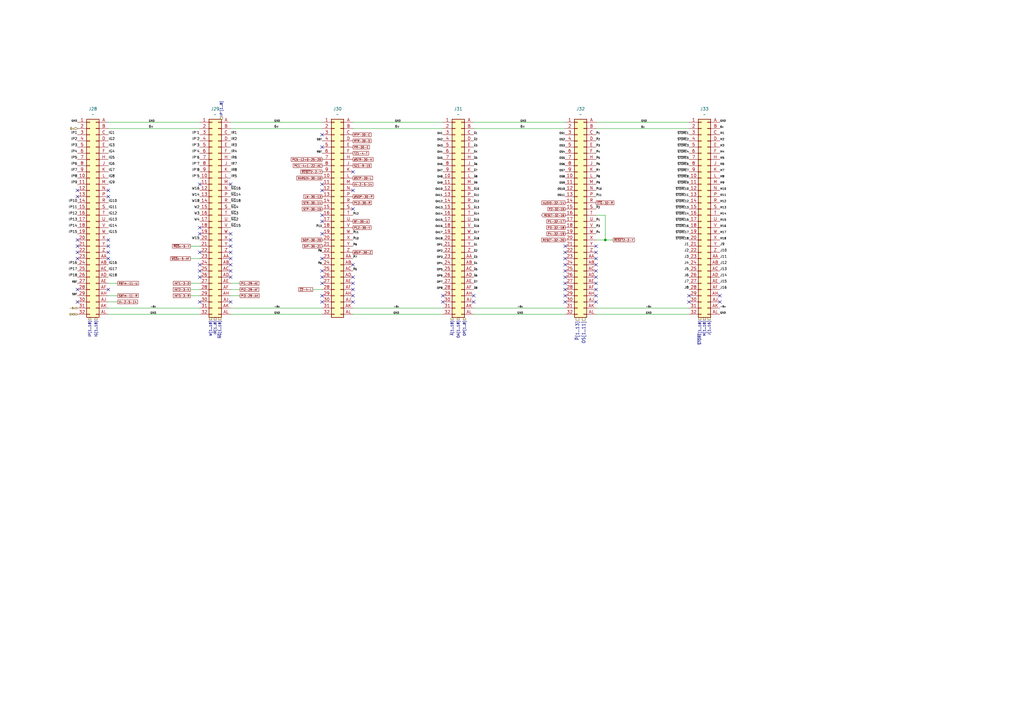
<source format=kicad_sch>
(kicad_sch (version 20211123) (generator eeschema)

  (uuid 42625d08-6333-4b4a-9980-8c2e74e820e2)

  (paper "A3")

  (title_block
    (title "Backplane 3")
  )

  (lib_symbols
    (symbol "LSA:Conn_02x32" (pin_names (offset 1.016) hide) (in_bom yes) (on_board yes)
      (property "Reference" "J" (id 0) (at 1.27 40.64 0)
        (effects (font (size 1.27 1.27)))
      )
      (property "Value" "Conn_02x32" (id 1) (at 1.27 -43.18 0)
        (effects (font (size 1.27 1.27)))
      )
      (property "Footprint" "" (id 2) (at 0 0 0)
        (effects (font (size 1.27 1.27)) hide)
      )
      (property "Datasheet" "" (id 3) (at 0 0 0)
        (effects (font (size 1.27 1.27)) hide)
      )
      (property "ki_fp_filters" "Connector*:*_2x??_*" (id 4) (at 0 0 0)
        (effects (font (size 1.27 1.27)) hide)
      )
      (symbol "Conn_02x32_1_1"
        (rectangle (start -1.27 -40.513) (end 0 -40.767)
          (stroke (width 0.1524) (type default) (color 0 0 0 0))
          (fill (type none))
        )
        (rectangle (start -1.27 -37.973) (end 0 -38.227)
          (stroke (width 0.1524) (type default) (color 0 0 0 0))
          (fill (type none))
        )
        (rectangle (start -1.27 -35.433) (end 0 -35.687)
          (stroke (width 0.1524) (type default) (color 0 0 0 0))
          (fill (type none))
        )
        (rectangle (start -1.27 -32.893) (end 0 -33.147)
          (stroke (width 0.1524) (type default) (color 0 0 0 0))
          (fill (type none))
        )
        (rectangle (start -1.27 -30.353) (end 0 -30.607)
          (stroke (width 0.1524) (type default) (color 0 0 0 0))
          (fill (type none))
        )
        (rectangle (start -1.27 -27.813) (end 0 -28.067)
          (stroke (width 0.1524) (type default) (color 0 0 0 0))
          (fill (type none))
        )
        (rectangle (start -1.27 -25.273) (end 0 -25.527)
          (stroke (width 0.1524) (type default) (color 0 0 0 0))
          (fill (type none))
        )
        (rectangle (start -1.27 -22.733) (end 0 -22.987)
          (stroke (width 0.1524) (type default) (color 0 0 0 0))
          (fill (type none))
        )
        (rectangle (start -1.27 -20.193) (end 0 -20.447)
          (stroke (width 0.1524) (type default) (color 0 0 0 0))
          (fill (type none))
        )
        (rectangle (start -1.27 -17.653) (end 0 -17.907)
          (stroke (width 0.1524) (type default) (color 0 0 0 0))
          (fill (type none))
        )
        (rectangle (start -1.27 -15.113) (end 0 -15.367)
          (stroke (width 0.1524) (type default) (color 0 0 0 0))
          (fill (type none))
        )
        (rectangle (start -1.27 -12.573) (end 0 -12.827)
          (stroke (width 0.1524) (type default) (color 0 0 0 0))
          (fill (type none))
        )
        (rectangle (start -1.27 -10.033) (end 0 -10.287)
          (stroke (width 0.1524) (type default) (color 0 0 0 0))
          (fill (type none))
        )
        (rectangle (start -1.27 -7.493) (end 0 -7.747)
          (stroke (width 0.1524) (type default) (color 0 0 0 0))
          (fill (type none))
        )
        (rectangle (start -1.27 -4.953) (end 0 -5.207)
          (stroke (width 0.1524) (type default) (color 0 0 0 0))
          (fill (type none))
        )
        (rectangle (start -1.27 -2.413) (end 0 -2.667)
          (stroke (width 0.1524) (type default) (color 0 0 0 0))
          (fill (type none))
        )
        (rectangle (start -1.27 0.127) (end 0 -0.127)
          (stroke (width 0.1524) (type default) (color 0 0 0 0))
          (fill (type none))
        )
        (rectangle (start -1.27 2.667) (end 0 2.413)
          (stroke (width 0.1524) (type default) (color 0 0 0 0))
          (fill (type none))
        )
        (rectangle (start -1.27 5.207) (end 0 4.953)
          (stroke (width 0.1524) (type default) (color 0 0 0 0))
          (fill (type none))
        )
        (rectangle (start -1.27 7.747) (end 0 7.493)
          (stroke (width 0.1524) (type default) (color 0 0 0 0))
          (fill (type none))
        )
        (rectangle (start -1.27 10.287) (end 0 10.033)
          (stroke (width 0.1524) (type default) (color 0 0 0 0))
          (fill (type none))
        )
        (rectangle (start -1.27 12.827) (end 0 12.573)
          (stroke (width 0.1524) (type default) (color 0 0 0 0))
          (fill (type none))
        )
        (rectangle (start -1.27 15.367) (end 0 15.113)
          (stroke (width 0.1524) (type default) (color 0 0 0 0))
          (fill (type none))
        )
        (rectangle (start -1.27 17.907) (end 0 17.653)
          (stroke (width 0.1524) (type default) (color 0 0 0 0))
          (fill (type none))
        )
        (rectangle (start -1.27 20.447) (end 0 20.193)
          (stroke (width 0.1524) (type default) (color 0 0 0 0))
          (fill (type none))
        )
        (rectangle (start -1.27 22.987) (end 0 22.733)
          (stroke (width 0.1524) (type default) (color 0 0 0 0))
          (fill (type none))
        )
        (rectangle (start -1.27 25.527) (end 0 25.273)
          (stroke (width 0.1524) (type default) (color 0 0 0 0))
          (fill (type none))
        )
        (rectangle (start -1.27 28.067) (end 0 27.813)
          (stroke (width 0.1524) (type default) (color 0 0 0 0))
          (fill (type none))
        )
        (rectangle (start -1.27 30.607) (end 0 30.353)
          (stroke (width 0.1524) (type default) (color 0 0 0 0))
          (fill (type none))
        )
        (rectangle (start -1.27 33.147) (end 0 32.893)
          (stroke (width 0.1524) (type default) (color 0 0 0 0))
          (fill (type none))
        )
        (rectangle (start -1.27 35.687) (end 0 35.433)
          (stroke (width 0.1524) (type default) (color 0 0 0 0))
          (fill (type none))
        )
        (rectangle (start -1.27 38.227) (end 0 37.973)
          (stroke (width 0.1524) (type default) (color 0 0 0 0))
          (fill (type none))
        )
        (rectangle (start -1.27 39.37) (end 3.81 -41.91)
          (stroke (width 0.254) (type default) (color 0 0 0 0))
          (fill (type background))
        )
        (rectangle (start 3.81 -40.513) (end 2.54 -40.767)
          (stroke (width 0.1524) (type default) (color 0 0 0 0))
          (fill (type none))
        )
        (rectangle (start 3.81 -37.973) (end 2.54 -38.227)
          (stroke (width 0.1524) (type default) (color 0 0 0 0))
          (fill (type none))
        )
        (rectangle (start 3.81 -35.433) (end 2.54 -35.687)
          (stroke (width 0.1524) (type default) (color 0 0 0 0))
          (fill (type none))
        )
        (rectangle (start 3.81 -32.893) (end 2.54 -33.147)
          (stroke (width 0.1524) (type default) (color 0 0 0 0))
          (fill (type none))
        )
        (rectangle (start 3.81 -30.353) (end 2.54 -30.607)
          (stroke (width 0.1524) (type default) (color 0 0 0 0))
          (fill (type none))
        )
        (rectangle (start 3.81 -27.813) (end 2.54 -28.067)
          (stroke (width 0.1524) (type default) (color 0 0 0 0))
          (fill (type none))
        )
        (rectangle (start 3.81 -25.273) (end 2.54 -25.527)
          (stroke (width 0.1524) (type default) (color 0 0 0 0))
          (fill (type none))
        )
        (rectangle (start 3.81 -22.733) (end 2.54 -22.987)
          (stroke (width 0.1524) (type default) (color 0 0 0 0))
          (fill (type none))
        )
        (rectangle (start 3.81 -20.193) (end 2.54 -20.447)
          (stroke (width 0.1524) (type default) (color 0 0 0 0))
          (fill (type none))
        )
        (rectangle (start 3.81 -17.653) (end 2.54 -17.907)
          (stroke (width 0.1524) (type default) (color 0 0 0 0))
          (fill (type none))
        )
        (rectangle (start 3.81 -15.113) (end 2.54 -15.367)
          (stroke (width 0.1524) (type default) (color 0 0 0 0))
          (fill (type none))
        )
        (rectangle (start 3.81 -12.573) (end 2.54 -12.827)
          (stroke (width 0.1524) (type default) (color 0 0 0 0))
          (fill (type none))
        )
        (rectangle (start 3.81 -10.033) (end 2.54 -10.287)
          (stroke (width 0.1524) (type default) (color 0 0 0 0))
          (fill (type none))
        )
        (rectangle (start 3.81 -7.493) (end 2.54 -7.747)
          (stroke (width 0.1524) (type default) (color 0 0 0 0))
          (fill (type none))
        )
        (rectangle (start 3.81 -4.953) (end 2.54 -5.207)
          (stroke (width 0.1524) (type default) (color 0 0 0 0))
          (fill (type none))
        )
        (rectangle (start 3.81 -2.413) (end 2.54 -2.667)
          (stroke (width 0.1524) (type default) (color 0 0 0 0))
          (fill (type none))
        )
        (rectangle (start 3.81 0.127) (end 2.54 -0.127)
          (stroke (width 0.1524) (type default) (color 0 0 0 0))
          (fill (type none))
        )
        (rectangle (start 3.81 2.667) (end 2.54 2.413)
          (stroke (width 0.1524) (type default) (color 0 0 0 0))
          (fill (type none))
        )
        (rectangle (start 3.81 5.207) (end 2.54 4.953)
          (stroke (width 0.1524) (type default) (color 0 0 0 0))
          (fill (type none))
        )
        (rectangle (start 3.81 7.747) (end 2.54 7.493)
          (stroke (width 0.1524) (type default) (color 0 0 0 0))
          (fill (type none))
        )
        (rectangle (start 3.81 10.287) (end 2.54 10.033)
          (stroke (width 0.1524) (type default) (color 0 0 0 0))
          (fill (type none))
        )
        (rectangle (start 3.81 12.827) (end 2.54 12.573)
          (stroke (width 0.1524) (type default) (color 0 0 0 0))
          (fill (type none))
        )
        (rectangle (start 3.81 15.367) (end 2.54 15.113)
          (stroke (width 0.1524) (type default) (color 0 0 0 0))
          (fill (type none))
        )
        (rectangle (start 3.81 17.907) (end 2.54 17.653)
          (stroke (width 0.1524) (type default) (color 0 0 0 0))
          (fill (type none))
        )
        (rectangle (start 3.81 20.447) (end 2.54 20.193)
          (stroke (width 0.1524) (type default) (color 0 0 0 0))
          (fill (type none))
        )
        (rectangle (start 3.81 22.987) (end 2.54 22.733)
          (stroke (width 0.1524) (type default) (color 0 0 0 0))
          (fill (type none))
        )
        (rectangle (start 3.81 25.527) (end 2.54 25.273)
          (stroke (width 0.1524) (type default) (color 0 0 0 0))
          (fill (type none))
        )
        (rectangle (start 3.81 28.067) (end 2.54 27.813)
          (stroke (width 0.1524) (type default) (color 0 0 0 0))
          (fill (type none))
        )
        (rectangle (start 3.81 30.607) (end 2.54 30.353)
          (stroke (width 0.1524) (type default) (color 0 0 0 0))
          (fill (type none))
        )
        (rectangle (start 3.81 33.147) (end 2.54 32.893)
          (stroke (width 0.1524) (type default) (color 0 0 0 0))
          (fill (type none))
        )
        (rectangle (start 3.81 35.687) (end 2.54 35.433)
          (stroke (width 0.1524) (type default) (color 0 0 0 0))
          (fill (type none))
        )
        (rectangle (start 3.81 38.227) (end 2.54 37.973)
          (stroke (width 0.1524) (type default) (color 0 0 0 0))
          (fill (type none))
        )
        (pin passive line (at -5.08 38.1 0) (length 3.81)
          (name "Pin_1" (effects (font (size 1.27 1.27))))
          (number "1" (effects (font (size 1.27 1.27))))
        )
        (pin passive line (at -5.08 15.24 0) (length 3.81)
          (name "Pin_10" (effects (font (size 1.27 1.27))))
          (number "10" (effects (font (size 1.27 1.27))))
        )
        (pin passive line (at -5.08 12.7 0) (length 3.81)
          (name "Pin_11" (effects (font (size 1.27 1.27))))
          (number "11" (effects (font (size 1.27 1.27))))
        )
        (pin passive line (at -5.08 10.16 0) (length 3.81)
          (name "Pin_12" (effects (font (size 1.27 1.27))))
          (number "12" (effects (font (size 1.27 1.27))))
        )
        (pin passive line (at -5.08 7.62 0) (length 3.81)
          (name "Pin_13" (effects (font (size 1.27 1.27))))
          (number "13" (effects (font (size 1.27 1.27))))
        )
        (pin passive line (at -5.08 5.08 0) (length 3.81)
          (name "Pin_14" (effects (font (size 1.27 1.27))))
          (number "14" (effects (font (size 1.27 1.27))))
        )
        (pin passive line (at -5.08 2.54 0) (length 3.81)
          (name "Pin_15" (effects (font (size 1.27 1.27))))
          (number "15" (effects (font (size 1.27 1.27))))
        )
        (pin passive line (at -5.08 0 0) (length 3.81)
          (name "Pin_16" (effects (font (size 1.27 1.27))))
          (number "16" (effects (font (size 1.27 1.27))))
        )
        (pin passive line (at -5.08 -2.54 0) (length 3.81)
          (name "Pin_17" (effects (font (size 1.27 1.27))))
          (number "17" (effects (font (size 1.27 1.27))))
        )
        (pin passive line (at -5.08 -5.08 0) (length 3.81)
          (name "Pin_18" (effects (font (size 1.27 1.27))))
          (number "18" (effects (font (size 1.27 1.27))))
        )
        (pin passive line (at -5.08 -7.62 0) (length 3.81)
          (name "Pin_19" (effects (font (size 1.27 1.27))))
          (number "19" (effects (font (size 1.27 1.27))))
        )
        (pin passive line (at -5.08 35.56 0) (length 3.81)
          (name "Pin_2" (effects (font (size 1.27 1.27))))
          (number "2" (effects (font (size 1.27 1.27))))
        )
        (pin passive line (at -5.08 -10.16 0) (length 3.81)
          (name "Pin_20" (effects (font (size 1.27 1.27))))
          (number "20" (effects (font (size 1.27 1.27))))
        )
        (pin passive line (at -5.08 -12.7 0) (length 3.81)
          (name "Pin_21" (effects (font (size 1.27 1.27))))
          (number "21" (effects (font (size 1.27 1.27))))
        )
        (pin passive line (at -5.08 -15.24 0) (length 3.81)
          (name "Pin_22" (effects (font (size 1.27 1.27))))
          (number "22" (effects (font (size 1.27 1.27))))
        )
        (pin passive line (at -5.08 -17.78 0) (length 3.81)
          (name "Pin_23" (effects (font (size 1.27 1.27))))
          (number "23" (effects (font (size 1.27 1.27))))
        )
        (pin passive line (at -5.08 -20.32 0) (length 3.81)
          (name "Pin_24" (effects (font (size 1.27 1.27))))
          (number "24" (effects (font (size 1.27 1.27))))
        )
        (pin passive line (at -5.08 -22.86 0) (length 3.81)
          (name "Pin_25" (effects (font (size 1.27 1.27))))
          (number "25" (effects (font (size 1.27 1.27))))
        )
        (pin passive line (at -5.08 -25.4 0) (length 3.81)
          (name "Pin_26" (effects (font (size 1.27 1.27))))
          (number "26" (effects (font (size 1.27 1.27))))
        )
        (pin passive line (at -5.08 -27.94 0) (length 3.81)
          (name "Pin_27" (effects (font (size 1.27 1.27))))
          (number "27" (effects (font (size 1.27 1.27))))
        )
        (pin passive line (at -5.08 -30.48 0) (length 3.81)
          (name "Pin_28" (effects (font (size 1.27 1.27))))
          (number "28" (effects (font (size 1.27 1.27))))
        )
        (pin passive line (at -5.08 -33.02 0) (length 3.81)
          (name "Pin_29" (effects (font (size 1.27 1.27))))
          (number "29" (effects (font (size 1.27 1.27))))
        )
        (pin passive line (at -5.08 33.02 0) (length 3.81)
          (name "Pin_3" (effects (font (size 1.27 1.27))))
          (number "3" (effects (font (size 1.27 1.27))))
        )
        (pin passive line (at -5.08 -35.56 0) (length 3.81)
          (name "Pin_30" (effects (font (size 1.27 1.27))))
          (number "30" (effects (font (size 1.27 1.27))))
        )
        (pin passive line (at -5.08 -38.1 0) (length 3.81)
          (name "Pin_31" (effects (font (size 1.27 1.27))))
          (number "31" (effects (font (size 1.27 1.27))))
        )
        (pin passive line (at -5.08 -40.64 0) (length 3.81)
          (name "Pin_32" (effects (font (size 1.27 1.27))))
          (number "32" (effects (font (size 1.27 1.27))))
        )
        (pin passive line (at -5.08 30.48 0) (length 3.81)
          (name "Pin_4" (effects (font (size 1.27 1.27))))
          (number "4" (effects (font (size 1.27 1.27))))
        )
        (pin passive line (at -5.08 27.94 0) (length 3.81)
          (name "Pin_5" (effects (font (size 1.27 1.27))))
          (number "5" (effects (font (size 1.27 1.27))))
        )
        (pin passive line (at -5.08 25.4 0) (length 3.81)
          (name "Pin_6" (effects (font (size 1.27 1.27))))
          (number "6" (effects (font (size 1.27 1.27))))
        )
        (pin passive line (at -5.08 22.86 0) (length 3.81)
          (name "Pin_7" (effects (font (size 1.27 1.27))))
          (number "7" (effects (font (size 1.27 1.27))))
        )
        (pin passive line (at -5.08 20.32 0) (length 3.81)
          (name "Pin_8" (effects (font (size 1.27 1.27))))
          (number "8" (effects (font (size 1.27 1.27))))
        )
        (pin passive line (at -5.08 17.78 0) (length 3.81)
          (name "Pin_9" (effects (font (size 1.27 1.27))))
          (number "9" (effects (font (size 1.27 1.27))))
        )
        (pin passive line (at 7.62 38.1 180) (length 3.81)
          (name "Pin_A" (effects (font (size 1.27 1.27))))
          (number "A" (effects (font (size 1.27 1.27))))
        )
        (pin passive line (at 7.62 -17.78 180) (length 3.81)
          (name "Pin_AA" (effects (font (size 1.27 1.27))))
          (number "AA" (effects (font (size 1.27 1.27))))
        )
        (pin passive line (at 7.62 -20.32 180) (length 3.81)
          (name "Pin_AB" (effects (font (size 1.27 1.27))))
          (number "AB" (effects (font (size 1.27 1.27))))
        )
        (pin passive line (at 7.62 -22.86 180) (length 3.81)
          (name "Pin_AC" (effects (font (size 1.27 1.27))))
          (number "AC" (effects (font (size 1.27 1.27))))
        )
        (pin passive line (at 7.62 -25.4 180) (length 3.81)
          (name "Pin_AD" (effects (font (size 1.27 1.27))))
          (number "AD" (effects (font (size 1.27 1.27))))
        )
        (pin passive line (at 7.62 -27.94 180) (length 3.81)
          (name "Pin_AE" (effects (font (size 1.27 1.27))))
          (number "AE" (effects (font (size 1.27 1.27))))
        )
        (pin passive line (at 7.62 -30.48 180) (length 3.81)
          (name "Pin_AF" (effects (font (size 1.27 1.27))))
          (number "AF" (effects (font (size 1.27 1.27))))
        )
        (pin passive line (at 7.62 -33.02 180) (length 3.81)
          (name "Pin_AH" (effects (font (size 1.27 1.27))))
          (number "AH" (effects (font (size 1.27 1.27))))
        )
        (pin passive line (at 7.62 -35.56 180) (length 3.81)
          (name "Pin_AJ" (effects (font (size 1.27 1.27))))
          (number "AJ" (effects (font (size 1.27 1.27))))
        )
        (pin passive line (at 7.62 -38.1 180) (length 3.81)
          (name "Pin_AK" (effects (font (size 1.27 1.27))))
          (number "AK" (effects (font (size 1.27 1.27))))
        )
        (pin passive line (at 7.62 -40.64 180) (length 3.81)
          (name "Pin_AL" (effects (font (size 1.27 1.27))))
          (number "AL" (effects (font (size 1.27 1.27))))
        )
        (pin passive line (at 7.62 35.56 180) (length 3.81)
          (name "Pin_B" (effects (font (size 1.27 1.27))))
          (number "B" (effects (font (size 1.27 1.27))))
        )
        (pin passive line (at 7.62 33.02 180) (length 3.81)
          (name "Pin_C" (effects (font (size 1.27 1.27))))
          (number "C" (effects (font (size 1.27 1.27))))
        )
        (pin passive line (at 7.62 30.48 180) (length 3.81)
          (name "Pin_D" (effects (font (size 1.27 1.27))))
          (number "D" (effects (font (size 1.27 1.27))))
        )
        (pin passive line (at 7.62 27.94 180) (length 3.81)
          (name "Pin_E" (effects (font (size 1.27 1.27))))
          (number "E" (effects (font (size 1.27 1.27))))
        )
        (pin passive line (at 7.62 25.4 180) (length 3.81)
          (name "Pin_F" (effects (font (size 1.27 1.27))))
          (number "F" (effects (font (size 1.27 1.27))))
        )
        (pin passive line (at 7.62 22.86 180) (length 3.81)
          (name "Pin_H" (effects (font (size 1.27 1.27))))
          (number "H" (effects (font (size 1.27 1.27))))
        )
        (pin passive line (at 7.62 20.32 180) (length 3.81)
          (name "Pin_J" (effects (font (size 1.27 1.27))))
          (number "J" (effects (font (size 1.27 1.27))))
        )
        (pin passive line (at 7.62 17.78 180) (length 3.81)
          (name "Pin_K" (effects (font (size 1.27 1.27))))
          (number "K" (effects (font (size 1.27 1.27))))
        )
        (pin passive line (at 7.62 15.24 180) (length 3.81)
          (name "Pin_L" (effects (font (size 1.27 1.27))))
          (number "L" (effects (font (size 1.27 1.27))))
        )
        (pin passive line (at 7.62 12.7 180) (length 3.81)
          (name "Pin_M" (effects (font (size 1.27 1.27))))
          (number "M" (effects (font (size 1.27 1.27))))
        )
        (pin passive line (at 7.62 10.16 180) (length 3.81)
          (name "Pin_N" (effects (font (size 1.27 1.27))))
          (number "N" (effects (font (size 1.27 1.27))))
        )
        (pin passive line (at 7.62 7.62 180) (length 3.81)
          (name "Pin_P" (effects (font (size 1.27 1.27))))
          (number "P" (effects (font (size 1.27 1.27))))
        )
        (pin passive line (at 7.62 5.08 180) (length 3.81)
          (name "Pin_R" (effects (font (size 1.27 1.27))))
          (number "R" (effects (font (size 1.27 1.27))))
        )
        (pin passive line (at 7.62 2.54 180) (length 3.81)
          (name "Pin_S" (effects (font (size 1.27 1.27))))
          (number "S" (effects (font (size 1.27 1.27))))
        )
        (pin passive line (at 7.62 0 180) (length 3.81)
          (name "Pin_T" (effects (font (size 1.27 1.27))))
          (number "T" (effects (font (size 1.27 1.27))))
        )
        (pin passive line (at 7.62 -2.54 180) (length 3.81)
          (name "Pin_U" (effects (font (size 1.27 1.27))))
          (number "U" (effects (font (size 1.27 1.27))))
        )
        (pin passive line (at 7.62 -5.08 180) (length 3.81)
          (name "Pin_V" (effects (font (size 1.27 1.27))))
          (number "V" (effects (font (size 1.27 1.27))))
        )
        (pin passive line (at 7.62 -7.62 180) (length 3.81)
          (name "Pin_W" (effects (font (size 1.27 1.27))))
          (number "W" (effects (font (size 1.27 1.27))))
        )
        (pin passive line (at 7.62 -10.16 180) (length 3.81)
          (name "Pin_X" (effects (font (size 1.27 1.27))))
          (number "X" (effects (font (size 1.27 1.27))))
        )
        (pin passive line (at 7.62 -12.7 180) (length 3.81)
          (name "Pin_Y" (effects (font (size 1.27 1.27))))
          (number "Y" (effects (font (size 1.27 1.27))))
        )
        (pin passive line (at 7.62 -15.24 180) (length 3.81)
          (name "Pin_Z" (effects (font (size 1.27 1.27))))
          (number "Z" (effects (font (size 1.27 1.27))))
        )
      )
    )
  )

  (junction (at 248.285 98.425) (diameter 0) (color 0 0 0 0)
    (uuid 640eca9d-098e-41eb-873d-74365dfc9b50)
  )

  (no_connect (at 44.45 78.105) (uuid 022fea69-d427-4987-9247-db2f72b3d8d9))
  (no_connect (at 44.45 103.505) (uuid 030e61ff-da46-4617-b26a-bec70abb0171))
  (no_connect (at 94.615 111.125) (uuid 094aae53-dea5-4ffc-a650-fd86f54767c5))
  (no_connect (at 94.615 106.045) (uuid 0b246ed8-366f-40c7-bf20-eb002fd859e9))
  (no_connect (at 132.08 113.665) (uuid 0da980fa-90b4-46c5-9c87-3fcee415f164))
  (no_connect (at 132.08 123.825) (uuid 0de1bad6-81ca-4f5c-9e40-aada4ef1a1f2))
  (no_connect (at 94.615 100.965) (uuid 12af3094-b8c8-4e4b-8214-88cc68808a2c))
  (no_connect (at 44.45 118.745) (uuid 13b5e26d-d620-4bee-a48e-7bf3fad2021c))
  (no_connect (at 132.08 121.285) (uuid 1468c54f-e86b-4198-a7a9-30b47940675a))
  (no_connect (at 244.475 118.745) (uuid 152eb751-7c14-4c33-a543-968444dd1a24))
  (no_connect (at 231.775 116.205) (uuid 16344684-ad8d-49df-ac50-f10c6aea5ddb))
  (no_connect (at 31.75 106.045) (uuid 1849f0d9-9999-48e2-8f72-1cd254d0bc18))
  (no_connect (at 231.775 100.965) (uuid 1c351e44-12f3-4a47-84e5-9f51feabd353))
  (no_connect (at 181.61 121.285) (uuid 1d5c51f1-9643-4ec9-abb7-17e4b449b351))
  (no_connect (at 94.615 108.585) (uuid 21ca86ea-b150-4b3e-ac48-6364fed12f06))
  (no_connect (at 94.615 75.565) (uuid 2cfb9148-44c0-4fd0-970a-17c86cc89546))
  (no_connect (at 231.775 103.505) (uuid 2e4960bc-2e31-444a-9f60-f543e8fa5b97))
  (no_connect (at 231.775 123.825) (uuid 2e95e868-cd1e-4eb8-9ea0-b66aabe0543f))
  (no_connect (at 144.78 118.745) (uuid 308a0ec4-0fdc-4cb0-96fa-997d18fb9292))
  (no_connect (at 132.08 111.125) (uuid 3492c715-9e64-463e-b0ff-dfa5e53af698))
  (no_connect (at 31.75 98.425) (uuid 370460a8-8eda-496d-b81e-a6106771fc94))
  (no_connect (at 244.475 113.665) (uuid 392b6c5e-b742-48e4-aea1-636a5bd588ba))
  (no_connect (at 144.78 70.485) (uuid 3ab63691-580e-4281-ad8f-bda9f62412c9))
  (no_connect (at 144.78 85.725) (uuid 421cbdfa-a823-4a9e-9870-5e051254dd6b))
  (no_connect (at 132.08 55.245) (uuid 42ad26aa-8232-4330-8989-b7d647c74a16))
  (no_connect (at 44.45 100.965) (uuid 430c76be-70a9-4f14-ad33-79fb15a7d4e7))
  (no_connect (at 31.75 80.645) (uuid 441ca2d9-c56a-49fe-8354-115e52586bfa))
  (no_connect (at 295.275 121.285) (uuid 470caad7-1ee9-4b5a-874c-5c7a9635c45c))
  (no_connect (at 94.615 103.505) (uuid 51aef28e-e22a-4c56-9858-d573611e6a9b))
  (no_connect (at 231.775 106.045) (uuid 52434bbf-3b96-4fa6-9c9c-596afb96e19a))
  (no_connect (at 282.575 121.285) (uuid 58764ffb-35ec-40f6-a237-cbd0b11f99be))
  (no_connect (at 44.45 106.045) (uuid 5905d5c7-e257-4bda-b53f-dd5edc7fd7fc))
  (no_connect (at 244.475 106.045) (uuid 5a3d1d15-140f-41bb-b4b3-490136ff7c6d))
  (no_connect (at 44.45 80.645) (uuid 5f1dad80-e042-4b78-82ab-ba78099b2365))
  (no_connect (at 181.61 123.825) (uuid 65c61d89-400c-4f27-a784-2bd9aa11d0e6))
  (no_connect (at 144.78 116.205) (uuid 667184e8-ed2e-4197-a393-fc867a9078da))
  (no_connect (at 81.915 113.665) (uuid 6a065ab7-8c66-4a53-9bdf-ca33c6d0500e))
  (no_connect (at 81.915 123.825) (uuid 6e1852f8-b542-4f96-8888-d1bd777d32a4))
  (no_connect (at 31.75 123.825) (uuid 70bac020-2227-48ba-ae43-f61ac4a20dc2))
  (no_connect (at 81.915 103.505) (uuid 72c2d70c-b73a-42d2-b196-345b047fc738))
  (no_connect (at 94.615 98.425) (uuid 739fcb9f-512f-420d-b6b6-14fdc5be3caf))
  (no_connect (at 81.915 75.565) (uuid 73f91baf-15ac-415e-906a-130525c2a5f3))
  (no_connect (at 31.75 103.505) (uuid 74e4b192-7f45-44ad-9b96-e127938dd026))
  (no_connect (at 132.08 106.045) (uuid 75e36450-b6de-4f90-868c-5a6164cfcf10))
  (no_connect (at 244.475 121.285) (uuid 760930d2-9948-4bf5-8e00-caacce1a4690))
  (no_connect (at 244.475 103.505) (uuid 79a3a1f6-429e-4ac3-9881-87ee29d92639))
  (no_connect (at 194.31 123.825) (uuid 79e34316-1398-4e6a-a67f-e699ad81c87d))
  (no_connect (at 144.78 121.285) (uuid 7ca8b7ae-8b58-42ba-be56-15aa7efb7010))
  (no_connect (at 231.775 121.285) (uuid 8105acb6-4d5f-402a-a1fc-a6f7e1b40d3b))
  (no_connect (at 31.75 78.105) (uuid 8266bb20-99bf-47c7-8448-9f6f9ec15fd5))
  (no_connect (at 295.275 123.825) (uuid 8275edc9-5427-4543-824e-96857e9673a3))
  (no_connect (at 244.475 108.585) (uuid 87ce1f75-8885-4fa1-8ca5-a3ef29854fad))
  (no_connect (at 231.775 113.665) (uuid 8913b984-966e-48b5-83f7-4f3bd539dc7c))
  (no_connect (at 31.75 100.965) (uuid 8b8b691d-a05f-49c3-ad82-6f272f45c353))
  (no_connect (at 231.775 118.745) (uuid 8c794654-7f69-45d4-9767-85db49907908))
  (no_connect (at 244.475 123.825) (uuid 8cb81ad8-d98e-4b98-87ff-6691b5254aa3))
  (no_connect (at 81.915 95.885) (uuid 938a3bc2-0845-4e54-9f24-f0a122ae8826))
  (no_connect (at 144.78 108.585) (uuid 9b9cb9aa-f5ac-47b9-beed-b7250c594e8b))
  (no_connect (at 144.78 123.825) (uuid 9d7df2cf-8115-4941-9cc8-7378389f2ac2))
  (no_connect (at 132.08 116.205) (uuid a71b114d-8396-473e-b7a2-4139355ac924))
  (no_connect (at 94.615 123.825) (uuid a73312c1-bfb0-445c-acbc-239b1a4c20b1))
  (no_connect (at 244.475 100.965) (uuid a7f4cefc-7916-4d29-8213-d47f0f582e5e))
  (no_connect (at 144.78 113.665) (uuid ab1a67f0-1ea2-4188-ad21-409d96a924f4))
  (no_connect (at 44.45 98.425) (uuid afc8f94d-2538-4a47-bb22-6aa379763a87))
  (no_connect (at 194.31 121.285) (uuid b166eef9-a2ca-46f8-97d1-a4fc900be3b5))
  (no_connect (at 144.78 78.105) (uuid b35f330a-0538-4673-b72b-eedecf5dcbdf))
  (no_connect (at 231.775 108.585) (uuid b612c8bf-7f8e-455d-865e-79485e047f96))
  (no_connect (at 132.08 60.325) (uuid bb6b83af-59d1-4a5f-b101-a25e16d01bc0))
  (no_connect (at 81.915 93.345) (uuid c643f111-ad0d-4149-9035-3a6dafc8864a))
  (no_connect (at 132.08 88.265) (uuid d3c9a19a-cb26-4f5a-9039-245b48118218))
  (no_connect (at 244.475 116.205) (uuid d42685a5-c23b-4f4a-b64e-fd5e03819cde))
  (no_connect (at 94.615 95.885) (uuid d4869ddf-bb03-4afb-9ae2-0e6015241b2c))
  (no_connect (at 231.775 111.125) (uuid d6bae4b4-b803-46c7-b62f-0662ee2954fa))
  (no_connect (at 132.08 78.105) (uuid dd725dc2-03b2-48e7-b8d1-6374a44fe7a7))
  (no_connect (at 132.08 95.885) (uuid e5242ec0-1dbb-4917-b87c-b65759067c23))
  (no_connect (at 94.615 113.665) (uuid e5e5087c-8821-4b80-ac52-e9bb8452f1fc))
  (no_connect (at 244.475 111.125) (uuid e621a142-8f68-49c3-bdec-4f11c28660c9))
  (no_connect (at 282.575 123.825) (uuid ec6eb8bb-49f6-44c3-8e89-a2de7ac5e4b6))
  (no_connect (at 132.08 90.805) (uuid f0bcc3c1-8bb9-44e6-8cb4-bd25e1ca9af0))
  (no_connect (at 81.915 108.585) (uuid f20b585f-5c01-4a84-a119-8df9337bfdbc))
  (no_connect (at 81.915 111.125) (uuid f29d80b1-0390-4dec-98f9-a533bcff9f18))
  (no_connect (at 31.75 118.745) (uuid fb4335fb-ecd1-4940-a342-af8a2af6322a))
  (no_connect (at 132.08 75.565) (uuid ff25e3ed-8715-4eba-b214-dabc66ff23c8))

  (wire (pts (xy 128.27 118.745) (xy 132.08 118.745))
    (stroke (width 0) (type default) (color 0 0 0 0))
    (uuid 093b2cb1-e28e-4524-b2fb-9d92d6b0f940)
  )
  (wire (pts (xy 48.26 123.825) (xy 44.45 123.825))
    (stroke (width 0) (type default) (color 0 0 0 0))
    (uuid 0c8d447d-d450-4b53-9d50-97c0a0d9a734)
  )
  (wire (pts (xy 94.615 126.365) (xy 132.08 126.365))
    (stroke (width 0) (type default) (color 0 0 0 0))
    (uuid 2b405d53-ac4e-48c3-9dda-8af0a791d80f)
  )
  (wire (pts (xy 81.915 118.745) (xy 78.105 118.745))
    (stroke (width 0) (type default) (color 0 0 0 0))
    (uuid 2f270c4c-b263-424e-b949-d579a44afe67)
  )
  (wire (pts (xy 244.475 88.265) (xy 248.285 88.265))
    (stroke (width 0) (type default) (color 0 0 0 0))
    (uuid 326426b6-78c4-4639-9f8d-e0f38b479803)
  )
  (wire (pts (xy 98.425 118.745) (xy 94.615 118.745))
    (stroke (width 0) (type default) (color 0 0 0 0))
    (uuid 36753041-66d9-4f39-9e04-7e5aa7b55038)
  )
  (wire (pts (xy 244.475 50.165) (xy 282.575 50.165))
    (stroke (width 0) (type default) (color 0 0 0 0))
    (uuid 464735a4-c3ea-49d3-99e9-847e651b61fd)
  )
  (wire (pts (xy 194.31 50.165) (xy 231.775 50.165))
    (stroke (width 0) (type default) (color 0 0 0 0))
    (uuid 4db9941a-7bd8-43bc-bff4-2e224cacf00b)
  )
  (wire (pts (xy 44.45 128.905) (xy 81.915 128.905))
    (stroke (width 0) (type default) (color 0 0 0 0))
    (uuid 4fd669f9-e7f6-4934-ba4e-8cc3818f86d8)
  )
  (wire (pts (xy 78.105 106.045) (xy 81.915 106.045))
    (stroke (width 0) (type default) (color 0 0 0 0))
    (uuid 530031a1-254c-4c58-afe1-a19d67a6a41e)
  )
  (wire (pts (xy 94.615 128.905) (xy 132.08 128.905))
    (stroke (width 0) (type default) (color 0 0 0 0))
    (uuid 54cc3817-162f-4816-a9a6-931d1c8600f0)
  )
  (wire (pts (xy 78.105 100.965) (xy 81.915 100.965))
    (stroke (width 0) (type default) (color 0 0 0 0))
    (uuid 553591c7-d6ea-4fb1-acf6-9144d22d0bf0)
  )
  (wire (pts (xy 94.615 50.165) (xy 132.08 50.165))
    (stroke (width 0) (type default) (color 0 0 0 0))
    (uuid 5563bf39-8a9c-4f7b-8bc2-1922ee6f8eb8)
  )
  (wire (pts (xy 94.615 121.285) (xy 98.425 121.285))
    (stroke (width 0) (type default) (color 0 0 0 0))
    (uuid 580e3b2c-7607-4f81-9efe-81267ca9cba3)
  )
  (wire (pts (xy 244.475 52.705) (xy 282.575 52.705))
    (stroke (width 0) (type default) (color 0 0 0 0))
    (uuid 66ff92d4-3871-4ac8-8937-8b512d89c2f3)
  )
  (wire (pts (xy 44.45 52.705) (xy 81.915 52.705))
    (stroke (width 0) (type default) (color 0 0 0 0))
    (uuid 6cf9a088-f9a2-4808-bdb7-47b06272f5bf)
  )
  (wire (pts (xy 194.31 126.365) (xy 231.775 126.365))
    (stroke (width 0) (type default) (color 0 0 0 0))
    (uuid 71ccd69a-f650-4831-83e5-6a93c98b883e)
  )
  (wire (pts (xy 78.105 121.285) (xy 81.915 121.285))
    (stroke (width 0) (type default) (color 0 0 0 0))
    (uuid 82f20e4f-4355-4a15-b506-e1e9c1652280)
  )
  (wire (pts (xy 94.615 116.205) (xy 98.425 116.205))
    (stroke (width 0) (type default) (color 0 0 0 0))
    (uuid 8538963b-b239-4032-9288-096dbd25092e)
  )
  (wire (pts (xy 94.615 52.705) (xy 132.08 52.705))
    (stroke (width 0) (type default) (color 0 0 0 0))
    (uuid 944913c7-46fe-4386-a654-0bd47bb94d55)
  )
  (wire (pts (xy 248.285 98.425) (xy 251.46 98.425))
    (stroke (width 0) (type default) (color 0 0 0 0))
    (uuid 9916ada0-394f-4a20-99d8-10d53d80c9d2)
  )
  (wire (pts (xy 44.45 121.285) (xy 48.26 121.285))
    (stroke (width 0) (type default) (color 0 0 0 0))
    (uuid 9c1d8a74-3fa1-4af1-9d08-f08c974f09f2)
  )
  (wire (pts (xy 44.45 50.165) (xy 81.915 50.165))
    (stroke (width 0) (type default) (color 0 0 0 0))
    (uuid 9c3249a7-b4e8-41dd-b55e-cca1efc07840)
  )
  (wire (pts (xy 78.105 116.205) (xy 81.915 116.205))
    (stroke (width 0) (type default) (color 0 0 0 0))
    (uuid a02ba61c-f95b-4d7a-97d4-581e17edd9f1)
  )
  (wire (pts (xy 244.475 98.425) (xy 248.285 98.425))
    (stroke (width 0) (type default) (color 0 0 0 0))
    (uuid aa179471-73d7-47a6-800c-44966e588d20)
  )
  (wire (pts (xy 244.475 128.905) (xy 282.575 128.905))
    (stroke (width 0) (type default) (color 0 0 0 0))
    (uuid b97d0325-0c90-4efb-9629-57b29ef4922e)
  )
  (wire (pts (xy 194.31 52.705) (xy 231.775 52.705))
    (stroke (width 0) (type default) (color 0 0 0 0))
    (uuid bf0ab63e-6b1d-4acb-a855-aded67db7c72)
  )
  (wire (pts (xy 244.475 126.365) (xy 282.575 126.365))
    (stroke (width 0) (type default) (color 0 0 0 0))
    (uuid bf3a0764-bf03-49ba-acde-74b77ba0b55c)
  )
  (wire (pts (xy 144.78 128.905) (xy 181.61 128.905))
    (stroke (width 0) (type default) (color 0 0 0 0))
    (uuid cb6faab3-5a20-4544-bc09-af196a029550)
  )
  (wire (pts (xy 194.31 128.905) (xy 231.775 128.905))
    (stroke (width 0) (type default) (color 0 0 0 0))
    (uuid d935bd3e-d360-43fa-a047-c6f2629e65e7)
  )
  (wire (pts (xy 144.78 52.705) (xy 181.61 52.705))
    (stroke (width 0) (type default) (color 0 0 0 0))
    (uuid df1d753a-6aa9-47a0-951a-79062062f9d7)
  )
  (wire (pts (xy 48.26 116.205) (xy 44.45 116.205))
    (stroke (width 0) (type default) (color 0 0 0 0))
    (uuid e445e0a9-c5b0-4689-8d5f-f2c6ae54af07)
  )
  (wire (pts (xy 44.45 126.365) (xy 81.915 126.365))
    (stroke (width 0) (type default) (color 0 0 0 0))
    (uuid e89d10a2-70a9-4da8-af3c-317e2a754396)
  )
  (wire (pts (xy 144.78 50.165) (xy 181.61 50.165))
    (stroke (width 0) (type default) (color 0 0 0 0))
    (uuid f309b116-d7af-4bfc-b5df-01c8b074928b)
  )
  (wire (pts (xy 248.285 88.265) (xy 248.285 98.425))
    (stroke (width 0) (type default) (color 0 0 0 0))
    (uuid f8bd12bf-bc9c-431f-8e66-6851203c8a7b)
  )
  (wire (pts (xy 144.78 126.365) (xy 181.61 126.365))
    (stroke (width 0) (type default) (color 0 0 0 0))
    (uuid fd48060b-19cc-4d13-98ac-523fc3feb427)
  )

  (label "~{STORE}4" (at 282.575 62.865 180)
    (effects (font (size 0.8128 0.8128)) (justify right bottom))
    (uuid 006d0f04-4fd5-4f8a-9643-bd9fcd6bdac8)
  )
  (label "IP'7" (at 81.915 67.945 180)
    (effects (font (size 1.016 1.016)) (justify right bottom))
    (uuid 010247e5-ec59-47fb-b907-f4a2b0b13c0c)
  )
  (label "~{A}10" (at 194.31 78.105 0)
    (effects (font (size 0.762 0.762)) (justify left bottom))
    (uuid 023b5c30-8d74-42b6-a538-d6a686118a79)
  )
  (label "OA9" (at 181.61 75.565 180)
    (effects (font (size 0.762 0.762)) (justify right bottom))
    (uuid 0325909b-3f2f-4738-be21-cf77be387ca5)
  )
  (label "IP'4" (at 81.915 62.865 180)
    (effects (font (size 1.016 1.016)) (justify right bottom))
    (uuid 0338e168-495c-4591-a3d3-f688c7992f79)
  )
  (label "IP10" (at 31.75 83.185 180)
    (effects (font (size 1.016 1.016)) (justify right bottom))
    (uuid 0339401d-181d-4b1c-bd66-954e9a9fa6d4)
  )
  (label "GND" (at 161.925 50.165 0)
    (effects (font (size 0.762 0.762)) (justify left bottom))
    (uuid 08913f71-d02c-4936-9326-9b63d055789a)
  )
  (label "~{NG}4" (at 94.615 85.725 0)
    (effects (font (size 1.016 1.016)) (justify left bottom))
    (uuid 08f5a5cd-8029-42bd-b15d-0bf1544d5b39)
  )
  (label "~{A}6" (at 194.31 113.665 0)
    (effects (font (size 0.762 0.762)) (justify left bottom))
    (uuid 0a6eb0e5-d949-4524-8ad6-a7493cbd9fc2)
  )
  (label "~{A}2" (at 194.31 57.785 0)
    (effects (font (size 0.762 0.762)) (justify left bottom))
    (uuid 0aaa2b85-4187-4d4d-bdc0-17c17508a18f)
  )
  (label "~{STORE}6" (at 282.575 67.945 180)
    (effects (font (size 0.8128 0.8128)) (justify right bottom))
    (uuid 0bba14ee-efd1-4578-a77c-4235704f5ab4)
  )
  (label "M7" (at 295.275 70.485 0)
    (effects (font (size 0.8128 0.8128)) (justify left bottom))
    (uuid 0d15a659-2f7a-4340-af5e-a2b049137c01)
  )
  (label "W18" (at 81.915 83.185 180)
    (effects (font (size 1.016 1.016)) (justify right bottom))
    (uuid 0e3969ad-0336-4a43-8ae6-0ed4e410ff69)
  )
  (label "IR5" (at 94.615 73.025 0)
    (effects (font (size 1.016 1.016)) (justify left bottom))
    (uuid 0f595786-5c93-4fa6-afef-5a6769f7c8e2)
  )
  (label "OA16" (at 181.61 93.345 180)
    (effects (font (size 0.762 0.762)) (justify right bottom))
    (uuid 100b733c-01cb-454a-a372-f45bb13d5cf8)
  )
  (label "~{P}8" (at 244.475 73.025 0)
    (effects (font (size 0.762 0.762)) (justify left bottom))
    (uuid 10469b35-faed-4111-9182-147fccd776b1)
  )
  (label "~{P}7" (at 144.78 106.045 0)
    (effects (font (size 0.762 0.762)) (justify left bottom))
    (uuid 10f117df-3bd8-4885-8c41-9a32678785c0)
  )
  (label "IP2" (at 31.75 57.785 180)
    (effects (font (size 1.016 1.016)) (justify right bottom))
    (uuid 1191f0cb-ba44-405b-96f2-a465fb3bc2a9)
  )
  (label "OA4" (at 181.61 62.865 180)
    (effects (font (size 0.762 0.762)) (justify right bottom))
    (uuid 11b26e3f-26e5-4679-a00c-399e2701db58)
  )
  (label "OP1" (at 181.61 100.965 180)
    (effects (font (size 0.762 0.762)) (justify right bottom))
    (uuid 11d886d7-d83d-4336-88a4-3744be329efd)
  )
  (label "~{P}12" (at 144.78 88.265 0)
    (effects (font (size 0.762 0.762)) (justify left bottom))
    (uuid 12266a6b-83d4-48fc-9590-0a865cdb5d4d)
  )
  (label "J15" (at 295.275 116.205 0)
    (effects (font (size 1.016 1.016)) (justify left bottom))
    (uuid 1284d121-80c5-4761-8762-5d60d26fc8f7)
  )
  (label "IP4" (at 31.75 62.865 180)
    (effects (font (size 1.016 1.016)) (justify right bottom))
    (uuid 12d3c39a-7567-4853-b0dd-c5fbb87b9812)
  )
  (label "J8" (at 282.575 118.745 180)
    (effects (font (size 1.016 1.016)) (justify right bottom))
    (uuid 132543bb-ac8a-438a-b0ef-44cd98376c70)
  )
  (label "GND" (at 31.75 50.165 180)
    (effects (font (size 0.762 0.762)) (justify right bottom))
    (uuid 176e283e-87d2-4d21-881d-84a86fddd0bf)
  )
  (label "M3" (at 295.275 60.325 0)
    (effects (font (size 0.8128 0.8128)) (justify left bottom))
    (uuid 1827d3fe-fd93-420c-b20f-5b5fcd51843b)
  )
  (label "IP1" (at 31.75 55.245 180)
    (effects (font (size 1.016 1.016)) (justify right bottom))
    (uuid 189ceb73-edc1-451a-b6c1-d4b8680459d9)
  )
  (label "RBT" (at 132.08 62.865 180)
    (effects (font (size 0.762 0.762)) (justify right bottom))
    (uuid 197ac1e3-8a0c-42e1-884e-286091f296ec)
  )
  (label "~{NG}14" (at 94.615 80.645 0)
    (effects (font (size 1.016 1.016)) (justify left bottom))
    (uuid 19a87ec2-faa5-4879-b5ce-c3836ec91662)
  )
  (label "6v" (at 213.36 52.705 0)
    (effects (font (size 1.016 1.016)) (justify left bottom))
    (uuid 1b153065-b78c-4c52-aba3-1db44646fbd3)
  )
  (label "J3" (at 282.575 106.045 180)
    (effects (font (size 1.016 1.016)) (justify right bottom))
    (uuid 1cbace88-319b-4323-a305-37f79ced9c0c)
  )
  (label "M11" (at 295.275 80.645 0)
    (effects (font (size 0.8128 0.8128)) (justify left bottom))
    (uuid 1eaef352-467a-42cc-98c8-1b901e88ad51)
  )
  (label "~{P}11" (at 144.78 95.885 0)
    (effects (font (size 0.762 0.762)) (justify left bottom))
    (uuid 1fe6b844-e2f6-46ea-9272-52da5d2ee92e)
  )
  (label "6v" (at 161.925 52.705 0)
    (effects (font (size 1.016 1.016)) (justify left bottom))
    (uuid 2026d73d-2482-4aa1-927e-1687f7a03ece)
  )
  (label "J12" (at 295.275 108.585 0)
    (effects (font (size 1.016 1.016)) (justify left bottom))
    (uuid 218f79d2-ddf4-43f1-91bf-4a10e0203860)
  )
  (label "OS8" (at 231.775 73.025 180)
    (effects (font (size 0.762 0.762)) (justify right bottom))
    (uuid 254e3220-d4f8-447f-9fd0-a286f7b8b008)
  )
  (label "~{STORE}16" (at 282.575 93.345 180)
    (effects (font (size 0.8128 0.8128)) (justify right bottom))
    (uuid 2601e240-d012-49ed-bcc0-24ec186f36ad)
  )
  (label "GND" (at 264.795 128.905 0)
    (effects (font (size 0.762 0.762)) (justify left bottom))
    (uuid 27dc6018-9849-409b-a88e-1a9b4e84e95c)
  )
  (label "OA12" (at 181.61 83.185 180)
    (effects (font (size 0.762 0.762)) (justify right bottom))
    (uuid 29f74db6-f314-4975-acb9-08e748006902)
  )
  (label "IR8" (at 94.615 70.485 0)
    (effects (font (size 1.016 1.016)) (justify left bottom))
    (uuid 2a634d58-23b3-4796-b7ff-b637ad6711b0)
  )
  (label "~{P}11" (at 244.475 80.645 0)
    (effects (font (size 0.762 0.762)) (justify left bottom))
    (uuid 2d39fe1a-a7e4-4fe9-8114-7c5471e1a9ab)
  )
  (label "~{STORE}13" (at 282.575 85.725 180)
    (effects (font (size 0.8128 0.8128)) (justify right bottom))
    (uuid 2da7664c-0e9e-4dd8-aecd-7211a6e3fb2d)
  )
  (label "~{A}4" (at 194.31 108.585 0)
    (effects (font (size 0.762 0.762)) (justify left bottom))
    (uuid 316b4d47-ea00-42bf-a2df-41b4d1e7c7a4)
  )
  (label "-6v" (at 61.595 126.365 0)
    (effects (font (size 0.762 0.762)) (justify left bottom))
    (uuid 3189263c-5193-481a-a207-bce3d1b79b80)
  )
  (label "GND" (at 213.36 50.165 0)
    (effects (font (size 0.762 0.762)) (justify left bottom))
    (uuid 31d473fc-f09e-4ffe-bdc4-95f043326827)
  )
  (label "IG8" (at 44.45 73.025 0)
    (effects (font (size 1.016 1.016)) (justify left bottom))
    (uuid 3395a2c0-d589-4bc4-805e-10eaf3d4fca2)
  )
  (label "~{A}5" (at 194.31 111.125 0)
    (effects (font (size 0.762 0.762)) (justify left bottom))
    (uuid 341709e0-e362-462c-9543-4c940fd863e1)
  )
  (label "IP11" (at 31.75 85.725 180)
    (effects (font (size 1.016 1.016)) (justify right bottom))
    (uuid 35326020-1b45-4fed-b333-924dc551758d)
  )
  (label "~{P}4" (at 244.475 62.865 0)
    (effects (font (size 0.762 0.762)) (justify left bottom))
    (uuid 36903ad6-f13a-4d2b-890d-69464a5ea0b8)
  )
  (label "OA14" (at 181.61 88.265 180)
    (effects (font (size 0.762 0.762)) (justify right bottom))
    (uuid 36b30aaf-667c-40a1-892e-e4063909c9d7)
  )
  (label "~{P}3" (at 244.475 93.345 0)
    (effects (font (size 0.762 0.762)) (justify left bottom))
    (uuid 3753b1df-6242-4715-b87d-c960f290924d)
  )
  (label "RBT" (at 31.75 116.205 180)
    (effects (font (size 0.762 0.762)) (justify right bottom))
    (uuid 38e64571-579f-4c0e-abfe-63bbcb4aed8d)
  )
  (label "6v" (at 262.89 52.705 0)
    (effects (font (size 0.8128 0.8128)) (justify left bottom))
    (uuid 3a44b7a0-8a39-4331-8766-ffd6571f25cf)
  )
  (label "~{NG}2" (at 94.615 90.805 0)
    (effects (font (size 1.016 1.016)) (justify left bottom))
    (uuid 3b781f6f-6f80-412d-a5c4-e64c1daf52c1)
  )
  (label "OA13" (at 181.61 85.725 180)
    (effects (font (size 0.762 0.762)) (justify right bottom))
    (uuid 3dc6957f-ee9d-496d-969e-7f43185d4c4a)
  )
  (label "OP4" (at 181.61 108.585 180)
    (effects (font (size 0.762 0.762)) (justify right bottom))
    (uuid 3e5ad495-9086-4224-88f7-312af885dbee)
  )
  (label "~{A}6" (at 194.31 67.945 0)
    (effects (font (size 0.762 0.762)) (justify left bottom))
    (uuid 3edc0e3f-8b4c-4154-84a7-4da4ca6ffdf0)
  )
  (label "W4" (at 81.915 90.805 180)
    (effects (font (size 1.016 1.016)) (justify right bottom))
    (uuid 3f68e976-5e1f-4a53-aa25-0d153dc71f38)
  )
  (label "~{A}4" (at 194.31 62.865 0)
    (effects (font (size 0.762 0.762)) (justify left bottom))
    (uuid 402a8f2b-15a4-44a2-810a-ed03a313bfa5)
  )
  (label "~{STORE}12" (at 282.575 83.185 180)
    (effects (font (size 0.8128 0.8128)) (justify right bottom))
    (uuid 422bb6a4-295b-4de6-87d8-e3db209b1841)
  )
  (label "IG15" (at 44.45 95.885 0)
    (effects (font (size 1.016 1.016)) (justify left bottom))
    (uuid 46c49e17-5e2a-4da1-a6b8-caf814d2b5ec)
  )
  (label "IG2" (at 44.45 57.785 0)
    (effects (font (size 1.016 1.016)) (justify left bottom))
    (uuid 48d81006-89b3-44eb-966c-4b414665d947)
  )
  (label "J9" (at 295.275 100.965 0)
    (effects (font (size 1.016 1.016)) (justify left bottom))
    (uuid 49545b25-10d0-4765-afbb-4c72a0371899)
  )
  (label "W3" (at 81.915 88.265 180)
    (effects (font (size 1.016 1.016)) (justify right bottom))
    (uuid 4a87f6e1-dc85-44a8-b9f6-4e819a806ce9)
  )
  (label "6v" (at 295.275 52.705 0)
    (effects (font (size 0.8128 0.8128)) (justify left bottom))
    (uuid 4b32a610-6856-4fc2-bf25-1f273fec9152)
  )
  (label "~{A}13" (at 194.31 85.725 0)
    (effects (font (size 0.762 0.762)) (justify left bottom))
    (uuid 4bcee4ec-af40-4faf-b88d-838bad36e385)
  )
  (label "~{STORE}14" (at 282.575 88.265 180)
    (effects (font (size 0.8128 0.8128)) (justify right bottom))
    (uuid 4e191de0-fb29-431a-896b-f9d7fc84d329)
  )
  (label "IG12" (at 44.45 88.265 0)
    (effects (font (size 1.016 1.016)) (justify left bottom))
    (uuid 4e7bb1a3-87cb-44cb-a803-8733bbccc25f)
  )
  (label "IG6" (at 44.45 67.945 0)
    (effects (font (size 1.016 1.016)) (justify left bottom))
    (uuid 4e9fb565-40bf-4954-a048-37242b33d4c0)
  )
  (label "OA11" (at 181.61 80.645 180)
    (effects (font (size 0.762 0.762)) (justify right bottom))
    (uuid 5023b076-1715-4694-a62c-8fb625d698c8)
  )
  (label "OP7" (at 181.61 116.205 180)
    (effects (font (size 0.762 0.762)) (justify right bottom))
    (uuid 53bc9ed3-4364-4135-a0b0-fdd23077eb88)
  )
  (label "J2" (at 282.575 103.505 180)
    (effects (font (size 1.016 1.016)) (justify right bottom))
    (uuid 54950c95-c2a1-429a-8512-9142986cc69b)
  )
  (label "IP8" (at 31.75 73.025 180)
    (effects (font (size 1.016 1.016)) (justify right bottom))
    (uuid 5518fb6e-eb09-49c8-96e2-8315d73d884d)
  )
  (label "~{A}11" (at 194.31 80.645 0)
    (effects (font (size 0.762 0.762)) (justify left bottom))
    (uuid 562ca0b7-94cd-488b-8386-111370eadc0c)
  )
  (label "~{A}5" (at 194.31 65.405 0)
    (effects (font (size 0.762 0.762)) (justify left bottom))
    (uuid 565db2ab-404f-4ad3-977b-a0c06296f2c1)
  )
  (label "~{P}1" (at 244.475 55.245 0)
    (effects (font (size 0.762 0.762)) (justify left bottom))
    (uuid 574844ba-de29-4bbd-8e36-7e47e2b672ac)
  )
  (label "IP'3" (at 81.915 60.325 180)
    (effects (font (size 1.016 1.016)) (justify right bottom))
    (uuid 5766f758-ac04-4236-a732-cad309a1c264)
  )
  (label "~{A}15" (at 194.31 90.805 0)
    (effects (font (size 0.762 0.762)) (justify left bottom))
    (uuid 58b5cbbe-a2dd-4101-a3da-4cc08a7d50f3)
  )
  (label "~{A}16" (at 194.31 93.345 0)
    (effects (font (size 0.762 0.762)) (justify left bottom))
    (uuid 59725662-ab27-4b7f-b99e-69760fb2d324)
  )
  (label "~{STORE}5" (at 282.575 65.405 180)
    (effects (font (size 0.8128 0.8128)) (justify right bottom))
    (uuid 59750222-fbc0-4561-aca7-74ba975587f0)
  )
  (label "6v" (at 112.395 52.705 0)
    (effects (font (size 1.016 1.016)) (justify left bottom))
    (uuid 5a392e0f-97f0-4db2-bd9d-6967931f8fbc)
  )
  (label "~{A}18" (at 194.31 98.425 0)
    (effects (font (size 0.762 0.762)) (justify left bottom))
    (uuid 5a3bc6de-ba4d-4889-9475-932e4567eabb)
  )
  (label "J6" (at 282.575 113.665 180)
    (effects (font (size 1.016 1.016)) (justify right bottom))
    (uuid 5b39f9fc-5531-426e-9d7c-efb90525f4e7)
  )
  (label "IR7" (at 94.615 67.945 0)
    (effects (font (size 1.016 1.016)) (justify left bottom))
    (uuid 5dbd62a6-7f0c-40c1-8993-c50b1d527445)
  )
  (label "~{NG}18" (at 94.615 83.185 0)
    (effects (font (size 1.016 1.016)) (justify left bottom))
    (uuid 5dffe346-605d-4fea-bed8-3865e278b602)
  )
  (label "M17" (at 295.275 95.885 0)
    (effects (font (size 0.8128 0.8128)) (justify left bottom))
    (uuid 5ebf2b69-6ccf-4238-bcb6-409f3d5f67a8)
  )
  (label "~{P}10" (at 144.78 98.425 0)
    (effects (font (size 0.762 0.762)) (justify left bottom))
    (uuid 5f22517d-ae2f-4f39-a43e-304d2b813a10)
  )
  (label "~{P}6" (at 132.08 108.585 180)
    (effects (font (size 0.762 0.762)) (justify right bottom))
    (uuid 605c07ea-44c8-4eaf-8a4e-f3aae6515c20)
  )
  (label "IP'8" (at 81.915 70.485 180)
    (effects (font (size 1.016 1.016)) (justify right bottom))
    (uuid 65273f35-32a6-4bc1-8ad9-77bef9fb9e86)
  )
  (label "OA3" (at 181.61 60.325 180)
    (effects (font (size 0.762 0.762)) (justify right bottom))
    (uuid 67295c6a-9480-470a-9735-1be0bc435a51)
  )
  (label "OP8" (at 181.61 118.745 180)
    (effects (font (size 0.762 0.762)) (justify right bottom))
    (uuid 68102d36-5a49-42e6-9aa4-7c53827b57a5)
  )
  (label "IP'6" (at 81.915 65.405 180)
    (effects (font (size 1.016 1.016)) (justify right bottom))
    (uuid 684885b0-f2fb-4b77-96d3-322a3f85a738)
  )
  (label "~{NG}16" (at 94.615 78.105 0)
    (effects (font (size 1.016 1.016)) (justify left bottom))
    (uuid 6923bede-5268-4a53-b66f-ac96ade03d55)
  )
  (label "IG9" (at 44.45 75.565 0)
    (effects (font (size 1.016 1.016)) (justify left bottom))
    (uuid 69b5243e-e8d2-49cf-8734-8ed4a50ad12c)
  )
  (label "~{A}12" (at 194.31 83.185 0)
    (effects (font (size 0.762 0.762)) (justify left bottom))
    (uuid 6a3eada0-c927-4f81-ae6d-9c80b6e04b22)
  )
  (label "~{A}14" (at 194.31 88.265 0)
    (effects (font (size 0.762 0.762)) (justify left bottom))
    (uuid 6bf5026c-bb89-401b-a283-ec896afeef90)
  )
  (label "~{P}13" (at 132.08 93.345 180)
    (effects (font (size 0.762 0.762)) (justify right bottom))
    (uuid 6c0304b0-8b02-4c61-96ce-67d253844439)
  )
  (label "~{P}3" (at 244.475 60.325 0)
    (effects (font (size 0.762 0.762)) (justify left bottom))
    (uuid 6c342296-ebd7-4e14-9fdf-69f11783a1e2)
  )
  (label "-6v" (at 161.29 126.365 0)
    (effects (font (size 0.762 0.762)) (justify left bottom))
    (uuid 6ca3eb07-8993-41d4-b9f8-2543d599c7fb)
  )
  (label "~{STORE}3" (at 282.575 60.325 180)
    (effects (font (size 0.8128 0.8128)) (justify right bottom))
    (uuid 6cd59b81-1411-4ac8-8529-0beb903ee256)
  )
  (label "IG3" (at 44.45 60.325 0)
    (effects (font (size 1.016 1.016)) (justify left bottom))
    (uuid 6d113acf-2727-44bb-9a54-2feebe4d1714)
  )
  (label "IP'2" (at 81.915 57.785 180)
    (effects (font (size 1.016 1.016)) (justify right bottom))
    (uuid 6ed59b81-0fe7-4365-a58d-4ab199a36f15)
  )
  (label "OS6" (at 231.775 67.945 180)
    (effects (font (size 0.762 0.762)) (justify right bottom))
    (uuid 6f90dac1-006d-4d14-bbe5-d0945e75cb1c)
  )
  (label "IP17" (at 31.75 111.125 180)
    (effects (font (size 1.016 1.016)) (justify right bottom))
    (uuid 7097ec32-af84-4f8c-af12-bb2880145d1f)
  )
  (label "~{STORE}18" (at 282.575 98.425 180)
    (effects (font (size 0.8128 0.8128)) (justify right bottom))
    (uuid 71d82a17-f2de-4b36-93d6-b4bb036fa1f4)
  )
  (label "M4" (at 295.275 62.865 0)
    (effects (font (size 0.8128 0.8128)) (justify left bottom))
    (uuid 7320c7c9-1341-412f-b206-4f4406a1e706)
  )
  (label "M6" (at 295.275 67.945 0)
    (effects (font (size 0.8128 0.8128)) (justify left bottom))
    (uuid 753713ab-dc4f-4501-86f8-2c273081acf2)
  )
  (label "J5" (at 282.575 111.125 180)
    (effects (font (size 1.016 1.016)) (justify right bottom))
    (uuid 76117512-985e-427b-82a6-d6e146d0109a)
  )
  (label "J11" (at 295.275 106.045 0)
    (effects (font (size 1.016 1.016)) (justify left bottom))
    (uuid 762839c9-c4ce-4bdc-a787-d3788b5963cb)
  )
  (label "M13" (at 295.275 85.725 0)
    (effects (font (size 0.8128 0.8128)) (justify left bottom))
    (uuid 770a7e1f-e591-48fa-97e5-e27c022ea6e1)
  )
  (label "IP16" (at 31.75 108.585 180)
    (effects (font (size 1.016 1.016)) (justify right bottom))
    (uuid 77a246f3-fd1d-48b8-a1af-1b4efaa836c8)
  )
  (label "IR6" (at 94.615 65.405 0)
    (effects (font (size 1.016 1.016)) (justify left bottom))
    (uuid 78251c3c-6b4c-439d-a1d7-f17251ca87a6)
  )
  (label "OP3" (at 181.61 106.045 180)
    (effects (font (size 0.762 0.762)) (justify right bottom))
    (uuid 784bfb49-e5e0-455b-81e6-ecda7d2da267)
  )
  (label "IG11" (at 44.45 85.725 0)
    (effects (font (size 1.016 1.016)) (justify left bottom))
    (uuid 78c09a91-c8f8-406b-b950-1c11fe234171)
  )
  (label "OS11" (at 231.775 80.645 180)
    (effects (font (size 0.762 0.762)) (justify right bottom))
    (uuid 791c4ae3-bbda-4b3e-a11f-409c9914bc75)
  )
  (label "~{A}7" (at 194.31 70.485 0)
    (effects (font (size 0.762 0.762)) (justify left bottom))
    (uuid 791e53fc-40e7-46f4-8104-a2c8c04972f4)
  )
  (label "IP'5" (at 81.915 73.025 180)
    (effects (font (size 1.016 1.016)) (justify right bottom))
    (uuid 7a4f0a30-3f77-4048-b84d-ad616f2f7c27)
  )
  (label "OA15" (at 181.61 90.805 180)
    (effects (font (size 0.762 0.762)) (justify right bottom))
    (uuid 7aeca237-d463-44e5-b748-b425d99af4f7)
  )
  (label "GND" (at 112.395 50.165 0)
    (effects (font (size 0.762 0.762)) (justify left bottom))
    (uuid 7b90844c-afc1-4a8f-bacb-0f60471c1fb2)
  )
  (label "~{A}8" (at 194.31 118.745 0)
    (effects (font (size 0.762 0.762)) (justify left bottom))
    (uuid 7bfbedf9-140c-45a1-adb5-03d3c7e5063f)
  )
  (label "OS7" (at 231.775 70.485 180)
    (effects (font (size 0.762 0.762)) (justify right bottom))
    (uuid 7c261d24-8b19-4072-9952-07386058d6d5)
  )
  (label "~{P}2" (at 244.475 85.725 0)
    (effects (font (size 0.762 0.762)) (justify left bottom))
    (uuid 7d65b73a-cee4-4987-80c2-75f8daa7352b)
  )
  (label "J10" (at 295.275 103.505 0)
    (effects (font (size 1.016 1.016)) (justify left bottom))
    (uuid 7e8f21b7-010f-4888-85d1-a1ae52d2ff45)
  )
  (label "~{STORE}1" (at 282.575 55.245 180)
    (effects (font (size 0.8128 0.8128)) (justify right bottom))
    (uuid 7f38f97e-1cbd-4acf-aa0d-7359b81489fd)
  )
  (label "IG1" (at 44.45 55.245 0)
    (effects (font (size 1.016 1.016)) (justify left bottom))
    (uuid 7f77883f-9be1-47bb-a24c-3736ee0f1cb5)
  )
  (label "GND" (at 112.395 128.905 0)
    (effects (font (size 0.762 0.762)) (justify left bottom))
    (uuid 7fc4b0c1-679a-4d4b-a07a-f9ef4dd137db)
  )
  (label "J4" (at 282.575 108.585 180)
    (effects (font (size 1.016 1.016)) (justify right bottom))
    (uuid 809d0ea4-e2f6-4557-8f0b-9e8116d256de)
  )
  (label "IG13" (at 44.45 90.805 0)
    (effects (font (size 1.016 1.016)) (justify left bottom))
    (uuid 811d98f1-2ae6-4fbc-89fd-e504dfb05847)
  )
  (label "M18" (at 295.275 98.425 0)
    (effects (font (size 0.8128 0.8128)) (justify left bottom))
    (uuid 829144a6-e4d5-4dd4-821a-c3424e61490c)
  )
  (label "IP6" (at 31.75 67.945 180)
    (effects (font (size 1.016 1.016)) (justify right bottom))
    (uuid 82d10be4-3241-4473-9d55-ad7c7bc9a5ce)
  )
  (label "SBT" (at 31.75 121.285 180)
    (effects (font (size 0.762 0.762)) (justify right bottom))
    (uuid 8314b130-4779-42d2-b1db-5546eb4b5910)
  )
  (label "OS5" (at 231.775 65.405 180)
    (effects (font (size 0.762 0.762)) (justify right bottom))
    (uuid 8465492a-f6a2-45db-8ca4-a3bf17014172)
  )
  (label "~{P}9" (at 144.78 100.965 0)
    (effects (font (size 0.762 0.762)) (justify left bottom))
    (uuid 86d461f7-56ec-4c6a-babe-69220a312b0c)
  )
  (label "OA18" (at 181.61 98.425 180)
    (effects (font (size 0.762 0.762)) (justify right bottom))
    (uuid 876a71ed-f648-432f-af01-b31315d845c5)
  )
  (label "~{P}7" (at 244.475 70.485 0)
    (effects (font (size 0.762 0.762)) (justify left bottom))
    (uuid 87f0a8da-cc1b-4fd7-b42d-e6747fdc5ece)
  )
  (label "OA10" (at 181.61 78.105 180)
    (effects (font (size 0.762 0.762)) (justify right bottom))
    (uuid 88428db0-96ac-49c7-bcb3-0f98d1710a4f)
  )
  (label "~{P}5" (at 144.78 111.125 0)
    (effects (font (size 0.762 0.762)) (justify left bottom))
    (uuid 889d50ef-2c97-4985-8666-5f01ec505450)
  )
  (label "GND" (at 60.96 50.165 0)
    (effects (font (size 0.762 0.762)) (justify left bottom))
    (uuid 89f18a55-85eb-423e-bd6d-d30f12f64542)
  )
  (label "OA5" (at 181.61 65.405 180)
    (effects (font (size 0.762 0.762)) (justify right bottom))
    (uuid 8a5e4a88-8f6b-4537-9d40-363157141009)
  )
  (label "IG17" (at 44.45 111.125 0)
    (effects (font (size 1.016 1.016)) (justify left bottom))
    (uuid 8a7a9eed-7076-4f2c-9ce6-70407ee69732)
  )
  (label "GND" (at 61.595 128.905 0)
    (effects (font (size 0.762 0.762)) (justify left bottom))
    (uuid 8abc2fa0-cf3f-48c3-9d83-369b3825e3dc)
  )
  (label "~{A}17" (at 194.31 95.885 0)
    (effects (font (size 0.762 0.762)) (justify left bottom))
    (uuid 8ae31031-e029-46ba-bcc7-fd022669f440)
  )
  (label "IP7" (at 31.75 70.485 180)
    (effects (font (size 1.016 1.016)) (justify right bottom))
    (uuid 8b37d1fb-c91c-4ba8-ac20-77fc3256350c)
  )
  (label "OA7" (at 181.61 70.485 180)
    (effects (font (size 0.762 0.762)) (justify right bottom))
    (uuid 8b47836a-cabc-4032-823e-542b14c5d422)
  )
  (label "OA8" (at 181.61 73.025 180)
    (effects (font (size 0.762 0.762)) (justify right bottom))
    (uuid 8bdaf697-3815-4d5e-b1ea-1060e6a46dd0)
  )
  (label "-6v" (at 112.395 126.365 0)
    (effects (font (size 0.762 0.762)) (justify left bottom))
    (uuid 8c03a5e2-a953-42e1-877e-39ddd6a451f2)
  )
  (label "IP9" (at 31.75 75.565 180)
    (effects (font (size 1.016 1.016)) (justify right bottom))
    (uuid 8d8ce139-8582-40c9-b8da-46b99c35cba0)
  )
  (label "OP2" (at 181.61 103.505 180)
    (effects (font (size 0.762 0.762)) (justify right bottom))
    (uuid 8fb08229-6150-4ea9-a47f-6a9667695007)
  )
  (label "~{STORE}2" (at 282.575 57.785 180)
    (effects (font (size 0.8128 0.8128)) (justify right bottom))
    (uuid 900c0fdd-53e3-4617-bc92-c8b8128ebe22)
  )
  (label "M16" (at 295.275 93.345 0)
    (effects (font (size 0.8128 0.8128)) (justify left bottom))
    (uuid 9240a657-5684-44a3-9e44-08e2441dff77)
  )
  (label "-6v" (at 212.09 126.365 0)
    (effects (font (size 0.762 0.762)) (justify left bottom))
    (uuid 92e1cb21-6ac3-455f-ba2d-766520155f0d)
  )
  (label "~{NG}3" (at 94.615 88.265 0)
    (effects (font (size 1.016 1.016)) (justify left bottom))
    (uuid 9320b519-ab35-4a0c-8867-42f34d4b0a7e)
  )
  (label "~{P}1" (at 244.475 90.805 0)
    (effects (font (size 0.762 0.762)) (justify left bottom))
    (uuid 9468b3a8-70fb-4435-a6ee-5979fa051ad3)
  )
  (label "M9" (at 295.275 75.565 0)
    (effects (font (size 0.8128 0.8128)) (justify left bottom))
    (uuid 948aa692-3d6d-496f-8a81-745bde97b428)
  )
  (label "~{P}6" (at 244.475 67.945 0)
    (effects (font (size 0.762 0.762)) (justify left bottom))
    (uuid 94a4a6de-f538-46ca-9e1b-c384efab41f6)
  )
  (label "~{A}3" (at 194.31 60.325 0)
    (effects (font (size 0.762 0.762)) (justify left bottom))
    (uuid 9647afed-9eb5-4993-ad0a-44131ddebbfe)
  )
  (label "~{P}10" (at 244.475 78.105 0)
    (effects (font (size 0.762 0.762)) (justify left bottom))
    (uuid 96afe3fb-c689-47cf-9637-eaf0c857ead4)
  )
  (label "IR2" (at 94.615 57.785 0)
    (effects (font (size 1.016 1.016)) (justify left bottom))
    (uuid 96b7e42d-a0cc-4fe6-bd35-fcaec5a2fdfe)
  )
  (label "M5" (at 295.275 65.405 0)
    (effects (font (size 0.8128 0.8128)) (justify left bottom))
    (uuid 97c3276f-38fa-4b13-9648-a6f723b7185b)
  )
  (label "W2" (at 81.915 85.725 180)
    (effects (font (size 1.016 1.016)) (justify right bottom))
    (uuid 99793722-32c8-40dd-8a1f-6668c2fb3261)
  )
  (label "~{STORE}8" (at 282.575 73.025 180)
    (effects (font (size 0.8128 0.8128)) (justify right bottom))
    (uuid 9bfc5fac-c173-403a-bc79-377709d50b2a)
  )
  (label "IR3" (at 94.615 60.325 0)
    (effects (font (size 1.016 1.016)) (justify left bottom))
    (uuid 9c11cb16-e9a0-4d13-a408-403e984f8a74)
  )
  (label "J1" (at 282.575 100.965 180)
    (effects (font (size 1.016 1.016)) (justify right bottom))
    (uuid 9d757b5b-286c-4cd5-8d31-18dd53ff74de)
  )
  (label "OA2" (at 181.61 57.785 180)
    (effects (font (size 0.762 0.762)) (justify right bottom))
    (uuid a2344a6d-e318-4771-a4f5-95bb78d76157)
  )
  (label "J16" (at 295.275 118.745 0)
    (effects (font (size 1.016 1.016)) (justify left bottom))
    (uuid a3b2c4ab-704c-4df0-ae9f-0b6fc6ce97bc)
  )
  (label "IP13" (at 31.75 90.805 180)
    (effects (font (size 1.016 1.016)) (justify right bottom))
    (uuid a57e1771-64bc-4c28-8445-26c672326049)
  )
  (label "~{A}1" (at 194.31 100.965 0)
    (effects (font (size 0.762 0.762)) (justify left bottom))
    (uuid a72647c4-2a65-4bf2-b0ae-1a6cf2b53565)
  )
  (label "~{STORE}7" (at 282.575 70.485 180)
    (effects (font (size 0.8128 0.8128)) (justify right bottom))
    (uuid a816f59b-cc31-4f1e-a1d3-a818287edf7a)
  )
  (label "M10" (at 295.275 78.105 0)
    (effects (font (size 0.8128 0.8128)) (justify left bottom))
    (uuid ac38a80f-20d1-4668-a9ac-d9b8937b5720)
  )
  (label "J13" (at 295.275 111.125 0)
    (effects (font (size 1.016 1.016)) (justify left bottom))
    (uuid ad2f3a4d-89f6-4b14-b1a8-441051da1293)
  )
  (label "OS1" (at 231.775 55.245 180)
    (effects (font (size 0.762 0.762)) (justify right bottom))
    (uuid b0069ddc-39a5-445b-a483-89f030497006)
  )
  (label "GND" (at 295.275 50.165 0)
    (effects (font (size 0.762 0.762)) (justify left bottom))
    (uuid b03195a3-cccf-4f60-8599-726c026b5e05)
  )
  (label "-6v" (at 295.275 126.365 0)
    (effects (font (size 0.762 0.762)) (justify left bottom))
    (uuid b11f1a8e-33f5-4bd2-b58f-d996d173ae85)
  )
  (label "M15" (at 295.275 90.805 0)
    (effects (font (size 0.8128 0.8128)) (justify left bottom))
    (uuid b1d2e801-2b2d-4dec-86bc-879dabd87cf1)
  )
  (label "~{P}2" (at 244.475 57.785 0)
    (effects (font (size 0.762 0.762)) (justify left bottom))
    (uuid b62ce9d4-21bb-484b-b5b8-2060e7572aab)
  )
  (label "-6v" (at 264.795 126.365 0)
    (effects (font (size 0.762 0.762)) (justify left bottom))
    (uuid b6480b96-0133-4ad6-bce2-3db727a22b43)
  )
  (label "IP5" (at 31.75 65.405 180)
    (effects (font (size 1.016 1.016)) (justify right bottom))
    (uuid b8ba21da-37db-4b6a-955c-5218a1261607)
  )
  (label "IG5" (at 44.45 65.405 0)
    (effects (font (size 1.016 1.016)) (justify left bottom))
    (uuid b9848e2c-1cfa-490a-bca3-e69bdc3e009c)
  )
  (label "~{A}9" (at 194.31 75.565 0)
    (effects (font (size 0.762 0.762)) (justify left bottom))
    (uuid b9882cdc-de5d-4338-95dc-a81f923b48a2)
  )
  (label "~{P}9" (at 244.475 75.565 0)
    (effects (font (size 0.762 0.762)) (justify left bottom))
    (uuid bc21ab91-dcab-48c5-bd2d-1a4694952367)
  )
  (label "IR1" (at 94.615 55.245 0)
    (effects (font (size 1.016 1.016)) (justify left bottom))
    (uuid bd437392-86c2-47f6-8306-d29a29ae198e)
  )
  (label "~{A}3" (at 194.31 106.045 0)
    (effects (font (size 0.762 0.762)) (justify left bottom))
    (uuid bd4ba6ed-e9cb-4164-9270-9a31d7ebc0f9)
  )
  (label "IP'1" (at 81.915 55.245 180)
    (effects (font (size 1.016 1.016)) (justify right bottom))
    (uuid be212502-e5f6-4b41-8819-e8ca85e91e74)
  )
  (label "OP6" (at 181.61 113.665 180)
    (effects (font (size 0.762 0.762)) (justify right bottom))
    (uuid bec5a6ba-cd62-4c03-acc2-044628def0d6)
  )
  (label "IP12" (at 31.75 88.265 180)
    (effects (font (size 1.016 1.016)) (justify right bottom))
    (uuid bf90358e-9f5d-4802-a33c-d261d2fcee11)
  )
  (label "~{STORE}9" (at 282.575 75.565 180)
    (effects (font (size 0.8128 0.8128)) (justify right bottom))
    (uuid bf93d503-d1f8-4f4d-8c53-291743f8c2e8)
  )
  (label "IG4" (at 44.45 62.865 0)
    (effects (font (size 1.016 1.016)) (justify left bottom))
    (uuid c0841686-25c8-482e-bb95-aa3d0c539612)
  )
  (label "IG16" (at 44.45 108.585 0)
    (effects (font (size 1.016 1.016)) (justify left bottom))
    (uuid c1960de8-4189-4e19-9271-8fb1dfb003d6)
  )
  (label "~{A}7" (at 194.31 116.205 0)
    (effects (font (size 0.762 0.762)) (justify left bottom))
    (uuid c1bea736-3496-49cf-9ccf-eed23d0b7ac5)
  )
  (label "OS9" (at 231.775 75.565 180)
    (effects (font (size 0.762 0.762)) (justify right bottom))
    (uuid c1d4e6e4-c991-40d1-86b0-cc267b4f8aaf)
  )
  (label "M8" (at 295.275 73.025 0)
    (effects (font (size 0.8128 0.8128)) (justify left bottom))
    (uuid c20aae92-fc44-4fe0-aa66-cda449257fd6)
  )
  (label "M12" (at 295.275 83.185 0)
    (effects (font (size 0.8128 0.8128)) (justify left bottom))
    (uuid c21c70ed-650c-4a7c-8247-74e1f18686c5)
  )
  (label "IG18" (at 44.45 113.665 0)
    (effects (font (size 1.016 1.016)) (justify left bottom))
    (uuid c21d26c5-b24a-418c-84ee-20bf180245ae)
  )
  (label "~{P}4" (at 244.475 95.885 0)
    (effects (font (size 0.762 0.762)) (justify left bottom))
    (uuid c4e78396-ec09-4d2f-bba9-33e17fb3ff44)
  )
  (label "~{P}8" (at 132.08 103.505 180)
    (effects (font (size 0.762 0.762)) (justify right bottom))
    (uuid c59cd227-79c1-42f6-834a-4d7c71765bb5)
  )
  (label "OA6" (at 181.61 67.945 180)
    (effects (font (size 0.762 0.762)) (justify right bottom))
    (uuid c75bb3a6-f726-488c-8d14-fdc8689e8c35)
  )
  (label "SBT" (at 132.08 57.785 180)
    (effects (font (size 0.762 0.762)) (justify right bottom))
    (uuid c78f57be-bbcc-442d-b236-d0bc7598add9)
  )
  (label "J7" (at 282.575 116.205 180)
    (effects (font (size 1.016 1.016)) (justify right bottom))
    (uuid c7d9f79d-b949-40c8-b1e4-ef4b1897afd6)
  )
  (label "IG10" (at 44.45 83.185 0)
    (effects (font (size 1.016 1.016)) (justify left bottom))
    (uuid cbc87d85-faa7-4062-963b-93e6a941e316)
  )
  (label "OS4" (at 231.775 62.865 180)
    (effects (font (size 0.762 0.762)) (justify right bottom))
    (uuid cf4864f9-1460-45f2-be36-b2079bfc1b5c)
  )
  (label "W16" (at 81.915 78.105 180)
    (effects (font (size 1.016 1.016)) (justify right bottom))
    (uuid d2ed8db3-9a2d-4191-b82a-e35c6373a5e9)
  )
  (label "IP3" (at 31.75 60.325 180)
    (effects (font (size 1.016 1.016)) (justify right bottom))
    (uuid d3999a4b-1f2d-449b-883e-89f7f6a4e34f)
  )
  (label "OA17" (at 181.61 95.885 180)
    (effects (font (size 0.762 0.762)) (justify right bottom))
    (uuid d5a49cbc-7936-430f-9e30-75ba053516f3)
  )
  (label "GND" (at 262.89 50.165 0)
    (effects (font (size 0.762 0.762)) (justify left bottom))
    (uuid d886753f-e101-4a18-895d-7148551be600)
  )
  (label "GND" (at 295.275 128.905 0)
    (effects (font (size 0.762 0.762)) (justify left bottom))
    (uuid d8d93f89-f8ec-4376-a8e7-525586dbd525)
  )
  (label "IR4" (at 94.615 62.865 0)
    (effects (font (size 1.016 1.016)) (justify left bottom))
    (uuid da286c7d-ffe6-4b4b-ab31-818c0d03d4d9)
  )
  (label "6v" (at 60.96 52.705 0)
    (effects (font (size 1.016 1.016)) (justify left bottom))
    (uuid da95c925-97d1-442b-a6f7-b8c1eb5399a1)
  )
  (label "~{A}1" (at 194.31 55.245 0)
    (effects (font (size 0.762 0.762)) (justify left bottom))
    (uuid dd1ef254-713d-4834-bccf-faf299c2048e)
  )
  (label "GND" (at 161.29 128.905 0)
    (effects (font (size 0.762 0.762)) (justify left bottom))
    (uuid dff60745-0136-4844-aaaa-50f3908cef95)
  )
  (label "~{P}5" (at 244.475 65.405 0)
    (effects (font (size 0.762 0.762)) (justify left bottom))
    (uuid e09dbff7-67e7-410c-b164-ac61afaaec7a)
  )
  (label "OS10" (at 231.775 78.105 180)
    (effects (font (size 0.762 0.762)) (justify right bottom))
    (uuid e0a3043e-ebf9-43dd-bb20-9df474b209cf)
  )
  (label "OP5" (at 181.61 111.125 180)
    (effects (font (size 0.762 0.762)) (justify right bottom))
    (uuid e2ab106d-e9be-47db-9611-ec2267a2ad49)
  )
  (label "M2" (at 295.275 57.785 0)
    (effects (font (size 0.8128 0.8128)) (justify left bottom))
    (uuid e594df85-7b2a-46cc-8ef6-3ec3b63a5b90)
  )
  (label "~{NG}15" (at 94.615 93.345 0)
    (effects (font (size 1.016 1.016)) (justify left bottom))
    (uuid e5a21da3-cda0-4c03-b679-4f10d48ceac1)
  )
  (label "OS2" (at 231.775 57.785 180)
    (effects (font (size 0.762 0.762)) (justify right bottom))
    (uuid e61863ad-69fe-4e14-bd60-0107ac44053e)
  )
  (label "~{STORE}10" (at 282.575 78.105 180)
    (effects (font (size 0.8128 0.8128)) (justify right bottom))
    (uuid e9921e22-972d-43e4-a575-cdf9ee77184c)
  )
  (label "~{STORE}11" (at 282.575 80.645 180)
    (effects (font (size 0.8128 0.8128)) (justify right bottom))
    (uuid ec09bdde-4bde-4b76-bfc1-789ae2684148)
  )
  (label "~{STORE}15" (at 282.575 90.805 180)
    (effects (font (size 0.8128 0.8128)) (justify right bottom))
    (uuid ed2f03f1-b489-4129-bbfa-6bf7c603f68c)
  )
  (label "OS3" (at 231.775 60.325 180)
    (effects (font (size 0.762 0.762)) (justify right bottom))
    (uuid ed4be555-4959-4bc3-83b3-05067e46297e)
  )
  (label "J14" (at 295.275 113.665 0)
    (effects (font (size 1.016 1.016)) (justify left bottom))
    (uuid ed6931ff-1b57-4557-ab2c-db5ed0e8601b)
  )
  (label "OA1" (at 181.61 55.245 180)
    (effects (font (size 0.762 0.762)) (justify right bottom))
    (uuid f0340045-e75d-4a6d-b8de-0d7d014f2d90)
  )
  (label "GND" (at 212.09 128.905 0)
    (effects (font (size 0.762 0.762)) (justify left bottom))
    (uuid f0da47e0-eff1-475e-93e0-8a1ef5e80b6a)
  )
  (label "~{STORE}17" (at 282.575 95.885 180)
    (effects (font (size 0.8128 0.8128)) (justify right bottom))
    (uuid f1ca5fb4-4c4d-4ed2-bee5-5e20e0a53316)
  )
  (label "IG7" (at 44.45 70.485 0)
    (effects (font (size 1.016 1.016)) (justify left bottom))
    (uuid f32cf6a6-c359-452e-826a-ac5c556b9f26)
  )
  (label "W15" (at 81.915 98.425 180)
    (effects (font (size 1.016 1.016)) (justify right bottom))
    (uuid f412dbd4-795b-47e7-8fc9-d8c2145112b8)
  )
  (label "~{A}2" (at 194.31 103.505 0)
    (effects (font (size 0.762 0.762)) (justify left bottom))
    (uuid f71197e9-7d36-4dbf-9841-261cc97c0c3a)
  )
  (label "M14" (at 295.275 88.265 0)
    (effects (font (size 0.8128 0.8128)) (justify left bottom))
    (uuid f81031eb-c0e7-4161-a149-ce2c0b2b53f5)
  )
  (label "IP18" (at 31.75 113.665 180)
    (effects (font (size 1.016 1.016)) (justify right bottom))
    (uuid f8318f4d-af3a-43f3-991e-afffafc7f335)
  )
  (label "M1" (at 295.275 55.245 0)
    (effects (font (size 0.8128 0.8128)) (justify left bottom))
    (uuid fabcae3e-e544-472e-9c84-f286fa44b0c3)
  )
  (label "W14" (at 81.915 80.645 180)
    (effects (font (size 1.016 1.016)) (justify right bottom))
    (uuid fabf74f0-2f96-4cd1-bf41-3a8e590f2349)
  )
  (label "IG14" (at 44.45 93.345 0)
    (effects (font (size 1.016 1.016)) (justify left bottom))
    (uuid fac1868d-2905-4723-903d-725937cb0b4b)
  )
  (label "IP15" (at 31.75 95.885 180)
    (effects (font (size 1.016 1.016)) (justify right bottom))
    (uuid fd9ca5e1-5e20-409b-8206-b73e5713dbe0)
  )
  (label "IP14" (at 31.75 93.345 180)
    (effects (font (size 1.016 1.016)) (justify right bottom))
    (uuid fdaec44f-5d53-4855-9756-978c60331eb7)
  )
  (label "~{A}8" (at 194.31 73.025 0)
    (effects (font (size 0.762 0.762)) (justify left bottom))
    (uuid ff0666aa-9c69-4a82-979b-cb3e0976a35f)
  )

  (global_label "~{Z2}-4-L" (shape passive) (at 128.27 118.745 180) (fields_autoplaced)
    (effects (font (size 0.8128 0.8128)) (justify right))
    (uuid 01811084-62e1-4a0f-b65e-ef2c79f415f1)
    (property "Intersheet References" "${INTERSHEET_REFS}" (id 0) (at 0 0 0)
      (effects (font (size 1.27 1.27)) hide)
    )
  )
  (global_label "BT-30-U" (shape passive) (at 144.78 90.805 0) (fields_autoplaced)
    (effects (font (size 0.8128 0.8128)) (justify left))
    (uuid 0b31ba55-7aa0-41b2-b5c3-b2a912380747)
    (property "Intersheet References" "${INTERSHEET_REFS}" (id 0) (at 0 0 0)
      (effects (font (size 1.27 1.27)) hide)
    )
  )
  (global_label "P13-30-R" (shape passive) (at 144.78 83.185 0) (fields_autoplaced)
    (effects (font (size 0.8128 0.8128)) (justify left))
    (uuid 0cf065c1-f13e-440a-b608-228947120d98)
    (property "Intersheet References" "${INTERSHEET_REFS}" (id 0) (at 0 0 0)
      (effects (font (size 1.27 1.27)) hide)
    )
  )
  (global_label "INT2-3-K" (shape passive) (at 78.105 118.745 180) (fields_autoplaced)
    (effects (font (size 0.8128 0.8128)) (justify right))
    (uuid 1051496a-55c4-41f0-bfcc-7b0c912a709c)
    (property "Intersheet References" "${INTERSHEET_REFS}" (id 0) (at 0 0 0)
      (effects (font (size 1.27 1.27)) hide)
    )
  )
  (global_label "t4-2-5-14" (shape passive) (at 144.78 75.565 0) (fields_autoplaced)
    (effects (font (size 0.8128 0.8128)) (justify left))
    (uuid 16852f47-37e4-4325-91cf-996694dad57f)
    (property "Intersheet References" "${INTERSHEET_REFS}" (id 0) (at 0 0 0)
      (effects (font (size 1.27 1.27)) hide)
    )
  )
  (global_label "RTP-30-C" (shape passive) (at 144.78 55.245 0) (fields_autoplaced)
    (effects (font (size 0.8128 0.8128)) (justify left))
    (uuid 169a511c-129c-43d4-8607-d23911d2f400)
    (property "Intersheet References" "${INTERSHEET_REFS}" (id 0) (at 0 0 0)
      (effects (font (size 1.27 1.27)) hide)
    )
  )
  (global_label "LW-30-13" (shape passive) (at 132.08 80.645 180) (fields_autoplaced)
    (effects (font (size 0.8128 0.8128)) (justify right))
    (uuid 1cb38a43-c49f-4903-b465-3b8b76c91e31)
    (property "Intersheet References" "${INTERSHEET_REFS}" (id 0) (at 0 0 0)
      (effects (font (size 1.27 1.27)) hide)
    )
  )
  (global_label "PR-30-E" (shape passive) (at 144.78 60.325 0) (fields_autoplaced)
    (effects (font (size 0.8128 0.8128)) (justify left))
    (uuid 1dc9127c-bb40-4b47-a955-f0924ab95a25)
    (property "Intersheet References" "${INTERSHEET_REFS}" (id 0) (at 0 0 0)
      (effects (font (size 1.27 1.27)) hide)
    )
  )
  (global_label "P3-32-18" (shape passive) (at 231.775 93.345 180) (fields_autoplaced)
    (effects (font (size 0.8128 0.8128)) (justify right))
    (uuid 1f0f14e1-5429-4183-bbdf-7f6f7fd3ab80)
    (property "Intersheet References" "${INTERSHEET_REFS}" (id 0) (at 0 0 0)
      (effects (font (size 1.27 1.27)) hide)
    )
  )
  (global_label "INT1-3-D" (shape passive) (at 78.105 116.205 180) (fields_autoplaced)
    (effects (font (size 0.8128 0.8128)) (justify right))
    (uuid 2040339a-1412-4a7b-b7aa-bfc4bf7e0e44)
    (property "Intersheet References" "${INTERSHEET_REFS}" (id 0) (at 0 0 0)
      (effects (font (size 1.27 1.27)) hide)
    )
  )
  (global_label "MARGIN-30-10" (shape passive) (at 132.08 73.025 180) (fields_autoplaced)
    (effects (font (size 0.8128 0.8128)) (justify right))
    (uuid 26b30b69-8e37-4632-91f7-cd61471f85e1)
    (property "Intersheet References" "${INTERSHEET_REFS}" (id 0) (at 0 0 0)
      (effects (font (size 1.27 1.27)) hide)
    )
  )
  (global_label "PI1-29-AE" (shape passive) (at 98.425 116.205 0) (fields_autoplaced)
    (effects (font (size 0.8128 0.8128)) (justify left))
    (uuid 27fefd4a-be8f-4198-ada9-9c0a34f709c9)
    (property "Intersheet References" "${INTERSHEET_REFS}" (id 0) (at 0 0 0)
      (effects (font (size 1.27 1.27)) hide)
    )
  )
  (global_label "AUDIO-32-14" (shape passive) (at 231.775 83.185 180) (fields_autoplaced)
    (effects (font (size 0.8128 0.8128)) (justify right))
    (uuid 2e440748-60b1-45d4-ae56-de20b44d7cd9)
    (property "Intersheet References" "${INTERSHEET_REFS}" (id 0) (at 0 0 0)
      (effects (font (size 1.27 1.27)) hide)
    )
  )
  (global_label "#STR-30-H" (shape passive) (at 144.78 65.405 0) (fields_autoplaced)
    (effects (font (size 0.8128 0.8128)) (justify left))
    (uuid 2fd1f0f8-b61e-4b6f-b90d-3de5d494ac81)
    (property "Intersheet References" "${INTERSHEET_REFS}" (id 0) (at 0 0 0)
      (effects (font (size 1.27 1.27)) hide)
    )
  )
  (global_label "RESET-32-16" (shape output) (at 231.775 88.265 180) (fields_autoplaced)
    (effects (font (size 0.762 0.762)) (justify right))
    (uuid 332e7211-d643-4a9d-b204-889cf9a09e8a)
    (property "Intersheet References" "${INTERSHEET_REFS}" (id 0) (at 222.1435 88.2174 0)
      (effects (font (size 0.762 0.762)) (justify right) hide)
    )
  )
  (global_label "t4-2-5-14" (shape passive) (at 48.26 123.825 0) (fields_autoplaced)
    (effects (font (size 0.8128 0.8128)) (justify left))
    (uuid 35e56ecf-1829-4fb2-aa6c-442900773662)
    (property "Intersheet References" "${INTERSHEET_REFS}" (id 0) (at 0 0 0)
      (effects (font (size 1.27 1.27)) hide)
    )
  )
  (global_label "STP-30-15" (shape passive) (at 132.08 85.725 180) (fields_autoplaced)
    (effects (font (size 0.8128 0.8128)) (justify right))
    (uuid 51613362-4549-401e-af21-8f88609dabc6)
    (property "Intersheet References" "${INTERSHEET_REFS}" (id 0) (at 0 0 0)
      (effects (font (size 1.27 1.27)) hide)
    )
  )
  (global_label "~{RGS}x-5-Y" (shape passive) (at 78.105 100.965 180) (fields_autoplaced)
    (effects (font (size 0.8128 0.8128)) (justify right))
    (uuid 52639126-aa04-4787-927f-23fd34c447a1)
    (property "Intersheet References" "${INTERSHEET_REFS}" (id 0) (at 0 0 0)
      (effects (font (size 1.27 1.27)) hide)
    )
  )
  (global_label "PI3-29-AH" (shape passive) (at 98.425 121.285 0) (fields_autoplaced)
    (effects (font (size 0.8128 0.8128)) (justify left))
    (uuid 545b6a25-67f0-4fe3-b559-caaf0555f84c)
    (property "Intersheet References" "${INTERSHEET_REFS}" (id 0) (at 0 0 0)
      (effects (font (size 1.27 1.27)) hide)
    )
  )
  (global_label "SIP-30-21" (shape passive) (at 132.08 100.965 180) (fields_autoplaced)
    (effects (font (size 0.8128 0.8128)) (justify right))
    (uuid 58eab593-85cf-437a-94b0-edd8dc0ced9a)
    (property "Intersheet References" "${INTERSHEET_REFS}" (id 0) (at 0 0 0)
      (effects (font (size 1.27 1.27)) hide)
    )
  )
  (global_label "PC1-4=1-22-AC" (shape passive) (at 132.08 67.945 180) (fields_autoplaced)
    (effects (font (size 0.8128 0.8128)) (justify right))
    (uuid 63b286fd-2d69-4e1a-b2c5-9a403e151b36)
    (property "Intersheet References" "${INTERSHEET_REFS}" (id 0) (at 0 0 0)
      (effects (font (size 1.27 1.27)) hide)
    )
  )
  (global_label "P2-32-15" (shape passive) (at 231.775 85.725 180) (fields_autoplaced)
    (effects (font (size 0.762 0.762)) (justify right))
    (uuid 666c7b98-fcf8-4a36-8079-2160c169d235)
    (property "Intersheet References" "${INTERSHEET_REFS}" (id 0) (at 0 0 0)
      (effects (font (size 1.27 1.27)) hide)
    )
  )
  (global_label "~{RESET}2-2-Y" (shape passive) (at 251.46 98.425 0) (fields_autoplaced)
    (effects (font (size 0.8128 0.8128)) (justify left))
    (uuid 69e28884-3d9e-48e9-913e-a5811520ca5f)
    (property "Intersheet References" "${INTERSHEET_REFS}" (id 0) (at 3.175 0 0)
      (effects (font (size 1.27 1.27)) hide)
    )
  )
  (global_label "P1-32-17" (shape passive) (at 231.775 90.805 180) (fields_autoplaced)
    (effects (font (size 0.8128 0.8128)) (justify right))
    (uuid 6a22555c-2287-41c5-979c-37a9520d72b1)
    (property "Intersheet References" "${INTERSHEET_REFS}" (id 0) (at 0 0 0)
      (effects (font (size 1.27 1.27)) hide)
    )
  )
  (global_label "#SOP-30-P" (shape passive) (at 144.78 80.645 0) (fields_autoplaced)
    (effects (font (size 0.8128 0.8128)) (justify left))
    (uuid 7171b385-59c8-4266-83df-697dfb772332)
    (property "Intersheet References" "${INTERSHEET_REFS}" (id 0) (at 0 0 0)
      (effects (font (size 1.27 1.27)) hide)
    )
  )
  (global_label "P12-30-V" (shape passive) (at 144.78 93.345 0) (fields_autoplaced)
    (effects (font (size 0.8128 0.8128)) (justify left))
    (uuid 7ceaba4a-7d5b-429f-b02d-173bf1675712)
    (property "Intersheet References" "${INTERSHEET_REFS}" (id 0) (at 0 0 0)
      (effects (font (size 1.27 1.27)) hide)
    )
  )
  (global_label "SOP-30-20" (shape passive) (at 132.08 98.425 180) (fields_autoplaced)
    (effects (font (size 0.8128 0.8128)) (justify right))
    (uuid 8683421b-3358-4a2b-a277-f0fbfa4f383b)
    (property "Intersheet References" "${INTERSHEET_REFS}" (id 0) (at 0 0 0)
      (effects (font (size 1.27 1.27)) hide)
    )
  )
  (global_label "RBTm-11-U" (shape passive) (at 48.26 116.205 0) (fields_autoplaced)
    (effects (font (size 0.8128 0.8128)) (justify left))
    (uuid 8c9c9a3e-2b4f-4570-81c0-b3225dac9554)
    (property "Intersheet References" "${INTERSHEET_REFS}" (id 0) (at 0 0 0)
      (effects (font (size 1.27 1.27)) hide)
    )
  )
  (global_label "P4-32-19" (shape passive) (at 231.775 95.885 180) (fields_autoplaced)
    (effects (font (size 0.8128 0.8128)) (justify right))
    (uuid 946574ac-5a29-4ee2-8a6d-bf7d81b342d0)
    (property "Intersheet References" "${INTERSHEET_REFS}" (id 0) (at 0 0 0)
      (effects (font (size 1.27 1.27)) hide)
    )
  )
  (global_label "#SIP-30-Z" (shape passive) (at 144.78 103.505 0) (fields_autoplaced)
    (effects (font (size 0.8128 0.8128)) (justify left))
    (uuid 9ae884df-b4ef-4d04-ae3b-d72e5934d1c8)
    (property "Intersheet References" "${INTERSHEET_REFS}" (id 0) (at 0 0 0)
      (effects (font (size 1.27 1.27)) hide)
    )
  )
  (global_label "~{RESET}2-2-Y" (shape passive) (at 132.08 70.485 180) (fields_autoplaced)
    (effects (font (size 0.8128 0.8128)) (justify right))
    (uuid 9bdd9f9a-731b-4311-8501-203f025fb033)
    (property "Intersheet References" "${INTERSHEET_REFS}" (id 0) (at 380.365 168.91 0)
      (effects (font (size 1.27 1.27)) hide)
    )
  )
  (global_label "RESET-32-20" (shape passive) (at 231.775 98.425 180) (fields_autoplaced)
    (effects (font (size 0.8128 0.8128)) (justify right))
    (uuid a716c82c-b3cf-46a9-9881-77f2f61f6185)
    (property "Intersheet References" "${INTERSHEET_REFS}" (id 0) (at 0 0 0)
      (effects (font (size 1.27 1.27)) hide)
    )
  )
  (global_label "PI2-29-AF" (shape passive) (at 98.425 118.745 0) (fields_autoplaced)
    (effects (font (size 0.8128 0.8128)) (justify left))
    (uuid a8eda82a-6e6a-498c-afc8-d5bfaf0df5ba)
    (property "Intersheet References" "${INTERSHEET_REFS}" (id 0) (at 0 0 0)
      (effects (font (size 1.27 1.27)) hide)
    )
  )
  (global_label "RTR-30-D" (shape passive) (at 144.78 57.785 0) (fields_autoplaced)
    (effects (font (size 0.8128 0.8128)) (justify left))
    (uuid af12cd44-1e38-4ec1-89e8-cf70f9101a2f)
    (property "Intersheet References" "${INTERSHEET_REFS}" (id 0) (at 0 0 0)
      (effects (font (size 1.27 1.27)) hide)
    )
  )
  (global_label "STR-30-14" (shape passive) (at 132.08 83.185 180) (fields_autoplaced)
    (effects (font (size 0.8128 0.8128)) (justify right))
    (uuid b77d21ef-f7a8-4ac4-ae96-8880fad1c387)
    (property "Intersheet References" "${INTERSHEET_REFS}" (id 0) (at 0 0 0)
      (effects (font (size 1.27 1.27)) hide)
    )
  )
  (global_label "PC5-12=0-25-20" (shape passive) (at 132.08 65.405 180) (fields_autoplaced)
    (effects (font (size 0.8128 0.8128)) (justify right))
    (uuid b9a6ee84-66ec-4d41-8102-7be6295520ca)
    (property "Intersheet References" "${INTERSHEET_REFS}" (id 0) (at 0 0 0)
      (effects (font (size 1.27 1.27)) hide)
    )
  )
  (global_label "SBTm-11-R" (shape passive) (at 48.26 121.285 0) (fields_autoplaced)
    (effects (font (size 0.8128 0.8128)) (justify left))
    (uuid bdb55904-ce76-43f5-8b76-488621c6ed4d)
    (property "Intersheet References" "${INTERSHEET_REFS}" (id 0) (at 0 0 0)
      (effects (font (size 1.27 1.27)) hide)
    )
  )
  (global_label "TZ1-4-T" (shape passive) (at 144.78 62.865 0) (fields_autoplaced)
    (effects (font (size 0.8128 0.8128)) (justify left))
    (uuid c1f3301e-d149-4609-b528-669d246621ce)
    (property "Intersheet References" "${INTERSHEET_REFS}" (id 0) (at 0 0 0)
      (effects (font (size 1.27 1.27)) hide)
    )
  )
  (global_label "~{VTG}-32-R" (shape passive) (at 244.475 83.185 0) (fields_autoplaced)
    (effects (font (size 0.8128 0.8128)) (justify left))
    (uuid c6cea11d-7d14-4ce7-865b-d970bc93575f)
    (property "Intersheet References" "${INTERSHEET_REFS}" (id 0) (at 0 0 0)
      (effects (font (size 1.27 1.27)) hide)
    )
  )
  (global_label "SZ1-9-15" (shape passive) (at 144.78 67.945 0) (fields_autoplaced)
    (effects (font (size 0.8128 0.8128)) (justify left))
    (uuid d322cd0a-af94-4b5a-abc8-cb885838702d)
    (property "Intersheet References" "${INTERSHEET_REFS}" (id 0) (at 0 0 0)
      (effects (font (size 1.27 1.27)) hide)
    )
  )
  (global_label "INT3-3-R" (shape passive) (at 78.105 121.285 180) (fields_autoplaced)
    (effects (font (size 0.8128 0.8128)) (justify right))
    (uuid e275ba5f-721e-47c4-a7c2-81eedcea44b0)
    (property "Intersheet References" "${INTERSHEET_REFS}" (id 0) (at 0 0 0)
      (effects (font (size 1.27 1.27)) hide)
    )
  )
  (global_label "~{WGS}x-5-AF" (shape passive) (at 78.105 106.045 180) (fields_autoplaced)
    (effects (font (size 0.8128 0.8128)) (justify right))
    (uuid f6b73bf7-cc43-48c7-82a5-0cff68a1d2c5)
    (property "Intersheet References" "${INTERSHEET_REFS}" (id 0) (at 0 0 0)
      (effects (font (size 1.27 1.27)) hide)
    )
  )
  (global_label "#STP-30-L" (shape passive) (at 144.78 73.025 0) (fields_autoplaced)
    (effects (font (size 0.8128 0.8128)) (justify left))
    (uuid fadb1cea-180c-44aa-bd95-37af03510967)
    (property "Intersheet References" "${INTERSHEET_REFS}" (id 0) (at 0 0 0)
      (effects (font (size 1.27 1.27)) hide)
    )
  )

  (hierarchical_label "~{A}[1..18]" (shape input) (at 185.42 130.175 270)
    (effects (font (size 1.016 1.016)) (justify right))
    (uuid 1fe4808d-a2be-4a9a-a029-eb89b8d4a3a3)
  )
  (hierarchical_label "IP'[1..8]" (shape passive) (at 90.805 48.895 90)
    (effects (font (size 1.016 1.016)) (justify left))
    (uuid 229a36ec-e1b9-44db-99fd-cb19285a5d5c)
  )
  (hierarchical_label "IP[1..18]" (shape input) (at 36.83 130.175 270)
    (effects (font (size 1.016 1.016)) (justify right))
    (uuid 2d3f5d22-27b8-4a01-9198-7e73467a092c)
  )
  (hierarchical_label "~{STORE}[1..18]" (shape passive) (at 287.02 130.175 270)
    (effects (font (size 1.016 1.016)) (justify right))
    (uuid 3256f412-821e-4443-a45a-4416cd30d184)
  )
  (hierarchical_label "~{P}[1..13]" (shape passive) (at 236.855 130.175 270)
    (effects (font (size 1.27 1.27)) (justify right))
    (uuid 3f7f23ce-0e2f-4800-86f4-4293892e204d)
  )
  (hierarchical_label "-6v" (shape input) (at 31.75 126.365 180)
    (effects (font (size 0.762 0.762)) (justify right))
    (uuid 3fffc7e2-ca74-4509-bf9d-8bfa2f8a957e)
  )
  (hierarchical_label "M[1..18]" (shape passive) (at 288.925 130.175 270)
    (effects (font (size 1.016 1.016)) (justify right))
    (uuid 4cb25533-8f5c-4883-beb6-fab41784f1a0)
  )
  (hierarchical_label "6v" (shape input) (at 31.75 52.705 180)
    (effects (font (size 1.016 1.016)) (justify right))
    (uuid 596af9d1-08ee-45c9-b4ce-11d8f99d130e)
  )
  (hierarchical_label "GND" (shape input) (at 31.75 128.905 180)
    (effects (font (size 0.762 0.762)) (justify right))
    (uuid 73380b08-821a-43e1-b582-268be0c234fe)
  )
  (hierarchical_label "IG[1..18]" (shape input) (at 39.37 130.175 270)
    (effects (font (size 1.016 1.016)) (justify right))
    (uuid a087ca6e-1223-41e6-be95-9bdae6c2b79b)
  )
  (hierarchical_label "IR[1..8]" (shape input) (at 88.265 130.175 270)
    (effects (font (size 1.016 1.016)) (justify right))
    (uuid a6fb428e-4413-4195-9501-87a543670afe)
  )
  (hierarchical_label "OA[1..18]" (shape input) (at 187.96 130.175 270)
    (effects (font (size 1.016 1.016)) (justify right))
    (uuid b0b90f9a-30fd-49eb-b644-b46a71a8b78d)
  )
  (hierarchical_label "OP[1..8]" (shape input) (at 190.5 130.175 270)
    (effects (font (size 1.016 1.016)) (justify right))
    (uuid d68c2f0c-eeb8-4787-9bd9-e90a987571f1)
  )
  (hierarchical_label "~{NG}[1..18]" (shape passive) (at 90.17 130.175 270)
    (effects (font (size 1.016 1.016)) (justify right))
    (uuid df96e608-7fcb-4273-9293-e286db4d3003)
  )
  (hierarchical_label "OS[1..11]" (shape passive) (at 239.395 130.175 270)
    (effects (font (size 1.27 1.27)) (justify right))
    (uuid edae071a-7f80-4c50-bc33-3ad787d290d6)
  )
  (hierarchical_label "J[1..16]" (shape passive) (at 290.83 130.175 270)
    (effects (font (size 1.016 1.016)) (justify right))
    (uuid edc284f7-bc2d-43d5-a033-cb0d59df68af)
  )
  (hierarchical_label "W[1..18]" (shape passive) (at 86.36 130.175 270)
    (effects (font (size 1.016 1.016)) (justify right))
    (uuid fc630404-6b69-4f01-a69e-c8b04a0ad063)
  )

  (symbol (lib_id "LSA:Conn_02x32") (at 86.995 88.265 0) (unit 1)
    (in_bom yes) (on_board yes)
    (uuid 00000000-0000-0000-0000-00005f18e9ed)
    (property "Reference" "J29" (id 0) (at 88.265 44.6532 0))
    (property "Value" "~" (id 1) (at 88.265 46.9646 0))
    (property "Footprint" "ELLIOTT:DIN41612_B_2x32_Vertical" (id 2) (at 86.995 88.265 0)
      (effects (font (size 1.27 1.27)) hide)
    )
    (property "Datasheet" "" (id 3) (at 86.995 88.265 0)
      (effects (font (size 1.27 1.27)) hide)
    )
    (pin "1" (uuid 8df58b61-11cf-4ccf-a0c9-77222cc7db8a))
    (pin "10" (uuid e9f25c96-edc7-4c7c-8caa-9c957d60190d))
    (pin "11" (uuid 6bb9da57-7586-4ff1-a7cb-79cdc4f643c1))
    (pin "12" (uuid d1ddb762-24d7-4af1-9ce8-29a78f82e266))
    (pin "13" (uuid 026b1452-38e0-424f-a69e-b7dba50c925b))
    (pin "14" (uuid 7ac9f304-b954-4ba3-8fd8-2b313b6b44c7))
    (pin "15" (uuid 850c2bb2-c7a5-45e9-b096-bc6a6b40ebad))
    (pin "16" (uuid bbfd1f7c-6683-4c84-9536-dd4ce4c4df85))
    (pin "17" (uuid 05086730-39df-4c83-aae0-88f1ca184951))
    (pin "18" (uuid 0a3c69b9-d01f-424e-a718-62d1abbc79f6))
    (pin "19" (uuid 23cf8920-2681-4e59-9ad1-173adabe4bdc))
    (pin "2" (uuid 83233a65-87c7-4b03-8381-def34a1731fd))
    (pin "20" (uuid 01b6fd09-992e-4287-ad20-e87559756af4))
    (pin "21" (uuid 044fdf60-93ce-4363-af7a-5dc8d061a231))
    (pin "22" (uuid ccb79b55-634d-4880-86fa-73bf1bff214b))
    (pin "23" (uuid 7bacae35-3e70-44ee-8082-0ea8c609cab8))
    (pin "24" (uuid ec97e209-938e-4b94-94fa-fd54469a191c))
    (pin "25" (uuid 76e11ab3-2ab7-4392-a25a-71f5cc9da571))
    (pin "26" (uuid 974a7ea4-d87c-4a04-94a3-9aa6b3c1a365))
    (pin "27" (uuid 49cf5511-c386-46ae-83f5-67e4678ca607))
    (pin "28" (uuid 8c6e7e96-9f6b-4952-98fc-f6bac5d926e9))
    (pin "29" (uuid bd7db5dc-1df2-495c-a793-84b6420ecd8c))
    (pin "3" (uuid bd08bb71-45ba-4a2c-af7c-a41ab4a6baad))
    (pin "30" (uuid b8452375-5be3-4176-8d80-ce54257d8aa0))
    (pin "31" (uuid d9f921ea-8d74-43ea-a888-a51f0b9b03cf))
    (pin "32" (uuid 359ea4ac-0de8-4ec7-9a89-95a531254804))
    (pin "4" (uuid 963f925e-d86f-4778-bc93-ad05c4b495d9))
    (pin "5" (uuid 180c15b8-0b3d-4d44-95c5-cbd1a5371b49))
    (pin "6" (uuid 05e38882-a90e-45c9-b23d-df3ad19bedba))
    (pin "7" (uuid c3a7ebb5-809d-4b6d-b107-b292d417b6f5))
    (pin "8" (uuid ce247dbb-bbda-44df-994c-ee412df65408))
    (pin "9" (uuid 9a176a27-7067-4182-adb7-c65b58a1c5f3))
    (pin "A" (uuid a49450a2-7023-400f-a447-4422c7988af9))
    (pin "AA" (uuid e56e439c-2f58-4015-8c51-a9d1a79d153e))
    (pin "AB" (uuid abe4c567-bffb-454f-b348-10a31a4a7752))
    (pin "AC" (uuid 7c811905-8445-4151-8c96-41c3c62bcda3))
    (pin "AD" (uuid 136bb2da-f0ab-48ca-b2a3-0ccbb5f7ade7))
    (pin "AE" (uuid 3dc276f8-a9ef-4365-a672-da423c018880))
    (pin "AF" (uuid 35748fd5-403b-46ec-8caa-dd85d701a5fd))
    (pin "AH" (uuid 15e5ae0f-0c32-4aee-9477-d2dc98335d71))
    (pin "AJ" (uuid 3d327f6d-e9f7-4906-8066-930495598c40))
    (pin "AK" (uuid 104211d7-508c-4fc0-9a63-b1a4021136ec))
    (pin "AL" (uuid b8d50983-019f-43b9-a84d-63edb1b7fb7c))
    (pin "B" (uuid 57d2d500-418d-4a0f-9e7f-43120edcdb10))
    (pin "C" (uuid 4e486c51-1291-4741-8912-5304b3a44a55))
    (pin "D" (uuid befb0122-2f74-4f06-b6d0-28feada7f191))
    (pin "E" (uuid 3aa8d833-c7a0-43e1-8ed0-f82186aafbe7))
    (pin "F" (uuid 05ad1e1a-1066-401f-a976-d58463ee1bbe))
    (pin "H" (uuid 9cc1d82d-f467-44ee-bf4e-e959927119e7))
    (pin "J" (uuid a7138776-5854-4bce-b09f-bf64d2040e2f))
    (pin "K" (uuid 3777e201-6719-436d-920e-47ffcaecde7e))
    (pin "L" (uuid 97164a94-0564-4efb-8bb7-52aaa15b3b1d))
    (pin "M" (uuid d385de27-0c7a-4cca-af8b-89e08645ca87))
    (pin "N" (uuid e50aa508-0f67-48f5-a458-87438ebcea68))
    (pin "P" (uuid b61f2920-0b23-41e9-ab30-8d1f627442c5))
    (pin "R" (uuid 3abc81a1-7db4-4e4a-b67f-b724a11d7aaa))
    (pin "S" (uuid 2c232450-b90a-4c0b-9826-c453c8117789))
    (pin "T" (uuid cf8102a2-cb17-46d5-8e1a-21e911590178))
    (pin "U" (uuid 17779f71-5eb4-4b31-8ebf-fd1a02292f85))
    (pin "V" (uuid f0cf79e0-796b-4677-af39-31ffde8171b8))
    (pin "W" (uuid efb292c6-81c4-4397-b4ca-b824a13fe291))
    (pin "X" (uuid ce89108c-4a9f-4f85-8c56-09d5caf5230f))
    (pin "Y" (uuid fce345b6-7f15-4b49-9f6d-404baab3c229))
    (pin "Z" (uuid d1efe6f5-616a-410d-850c-f35ee20c63ab))
  )

  (symbol (lib_id "LSA:Conn_02x32") (at 36.83 88.265 0) (unit 1)
    (in_bom yes) (on_board yes)
    (uuid 00000000-0000-0000-0000-00005f18e9f4)
    (property "Reference" "J28" (id 0) (at 38.1 44.6532 0))
    (property "Value" "~" (id 1) (at 38.1 46.9646 0))
    (property "Footprint" "ELLIOTT:DIN41612_B_2x32_Vertical" (id 2) (at 36.83 88.265 0)
      (effects (font (size 1.27 1.27)) hide)
    )
    (property "Datasheet" "" (id 3) (at 36.83 88.265 0)
      (effects (font (size 1.27 1.27)) hide)
    )
    (pin "1" (uuid 85b75527-78c4-4829-82de-3d7acf483abf))
    (pin "10" (uuid 5e19cbc6-0a6f-47f2-aa48-7bdeaa9b8534))
    (pin "11" (uuid e5254f1c-3d2f-427f-b93a-eab249b539dd))
    (pin "12" (uuid 80387df1-76de-42d3-8fe7-d9989f27259c))
    (pin "13" (uuid 137aa3c1-88ca-400b-857d-890cf45d2409))
    (pin "14" (uuid 80044fbf-edc2-48ab-aa44-946c5da95f81))
    (pin "15" (uuid 10a5a064-4f25-46e7-86ff-570793366cbf))
    (pin "16" (uuid ea22a4d8-e12b-4c1f-85d4-062fa84ba33e))
    (pin "17" (uuid 764713a6-0023-41ae-b502-26430ac179e2))
    (pin "18" (uuid 6f8f281d-e061-4c2b-826f-1f31d3aad05c))
    (pin "19" (uuid 670f4cb0-d5bc-4a34-900f-69cf60e858e5))
    (pin "2" (uuid 22737260-c873-461c-adaf-5a96e87f616b))
    (pin "20" (uuid 4e772750-84db-4474-a541-7ba9ec9a9177))
    (pin "21" (uuid 23af9e97-5270-43c5-8977-a3cc323d1a4c))
    (pin "22" (uuid 2f4c8125-ec9f-4656-946f-b300b7cfaedf))
    (pin "23" (uuid d4c0fcdb-595e-4990-a22e-c8fe9963a7cd))
    (pin "24" (uuid c07fbb96-f1a0-4458-91b7-9bcf093157b8))
    (pin "25" (uuid f9bb7e04-069f-453e-aefb-a3a362f08095))
    (pin "26" (uuid a5448672-23a6-4e33-8456-09e144104d3c))
    (pin "27" (uuid 06415ca0-5a4f-4497-a47f-0c53b50245be))
    (pin "28" (uuid 2d89e508-eb53-4090-9201-5bc86e4baa97))
    (pin "29" (uuid 84d38250-fbc9-4877-8e62-1b4358c1b001))
    (pin "3" (uuid 53d36b39-4bb8-49a4-b01d-66c8a921e360))
    (pin "30" (uuid 09e1f72d-d557-4c70-9183-8669ed54aa44))
    (pin "31" (uuid 6a058310-9a03-4b55-b238-7e6e4715d2ae))
    (pin "32" (uuid 824352d8-b58a-4b84-8c72-8fbc072d88cb))
    (pin "4" (uuid a155a382-b3a5-494f-9653-4048a52fcbd0))
    (pin "5" (uuid 73d39f8e-2c51-4fb3-bd82-b1d7b7b8d170))
    (pin "6" (uuid 2bb037a4-a89e-41f6-a0e7-033750eb85be))
    (pin "7" (uuid efc2381b-1641-4c6d-87b8-fcba7c3f4eb3))
    (pin "8" (uuid d7a721c5-4ee2-4185-baf2-8ce657b11b4b))
    (pin "9" (uuid d202e0b2-cfcf-479a-b4d3-c058695e43f6))
    (pin "A" (uuid e818f4d0-bf86-457a-b645-c284edf8ad7b))
    (pin "AA" (uuid 6c662f7d-3f5e-41b8-aa02-b7deb0bbd6aa))
    (pin "AB" (uuid 8d00ba8b-7803-47bf-b836-c1842fae9ed3))
    (pin "AC" (uuid eb040de6-055d-4a6f-ab76-0b38aa953a9f))
    (pin "AD" (uuid 6b3869b7-dbae-4a5f-bdee-dc00b7188a53))
    (pin "AE" (uuid 3deccc37-caf8-4196-b7bb-078aa7cce36d))
    (pin "AF" (uuid 7612f5b4-2719-4ed4-97d8-3d553b552b95))
    (pin "AH" (uuid b64b40d0-efbc-4bfb-9c3d-bdfc8cf4560d))
    (pin "AJ" (uuid a940ea66-8726-42b3-b2c8-7f880f93f432))
    (pin "AK" (uuid 0d3b7f23-ecfe-4f49-a290-8037594f9b4f))
    (pin "AL" (uuid 2ff45346-b83c-49ee-b9f8-ebeb011a19e9))
    (pin "B" (uuid 5da6432a-1522-4782-80e3-a58227557819))
    (pin "C" (uuid 3ca0d4e3-f7a7-4380-8d6c-59acf71acfa8))
    (pin "D" (uuid 7a00a42c-6805-42f1-9470-aaafc848952d))
    (pin "E" (uuid 55c058d8-0f8a-4e27-af87-9ae078db6154))
    (pin "F" (uuid 2477ce95-ed92-4848-b4a2-adb4e18debf6))
    (pin "H" (uuid a1016975-39e1-48fb-888c-965b447eaeb2))
    (pin "J" (uuid 761ed16e-5e6c-422d-9fde-05f2c6ebe146))
    (pin "K" (uuid 6b152576-b5b8-42ca-8ad0-3f8d49a478b8))
    (pin "L" (uuid 9443a893-ffb0-4b6b-8885-00d447325b69))
    (pin "M" (uuid c2f29716-e6e1-439a-9de4-c636a7d95f67))
    (pin "N" (uuid 4ac4db30-5e22-4739-8618-58ba73515867))
    (pin "P" (uuid 51bafa51-537d-4cb1-88e9-7d89e96fe572))
    (pin "R" (uuid 52d609f2-0bda-4362-ba48-f7c8e311a59c))
    (pin "S" (uuid 7800a22f-0e61-4e45-806b-f43480d308ca))
    (pin "T" (uuid 27f19e14-2dd8-4508-81fa-2b75a2366b22))
    (pin "U" (uuid 9226b47b-64c9-4220-ab7c-7f3621bce17d))
    (pin "V" (uuid 28b1cc92-b6a2-4e32-9600-981e7c15ac4f))
    (pin "W" (uuid 93547c54-594f-4b4b-b6ae-bc90197a549b))
    (pin "X" (uuid 07e79d6a-cddf-4455-ae11-9088da30b175))
    (pin "Y" (uuid 19ccafb6-ad01-4884-8e8b-a0624699e6c7))
    (pin "Z" (uuid 0b874fb8-b7db-4068-b6d8-99b94b43b5e2))
  )

  (symbol (lib_id "LSA:Conn_02x32") (at 137.16 88.265 0) (unit 1)
    (in_bom yes) (on_board yes)
    (uuid 00000000-0000-0000-0000-00005f18e9fb)
    (property "Reference" "J30" (id 0) (at 138.43 44.6532 0))
    (property "Value" "~" (id 1) (at 138.43 46.9646 0))
    (property "Footprint" "ELLIOTT:DIN41612_B_2x32_Vertical" (id 2) (at 137.16 88.265 0)
      (effects (font (size 1.27 1.27)) hide)
    )
    (property "Datasheet" "" (id 3) (at 137.16 88.265 0)
      (effects (font (size 1.27 1.27)) hide)
    )
    (pin "1" (uuid 48c54a04-42c8-48d9-aafd-23e1a979470e))
    (pin "10" (uuid 5701da97-4302-4f34-9ace-ec596f03f545))
    (pin "11" (uuid 89ec925a-b75e-47d2-a7f0-3408e9ecf06d))
    (pin "12" (uuid e21f0e6a-ab3b-406a-b8a0-9f6385ffa649))
    (pin "13" (uuid 8d6907c7-83e8-46c9-944b-549dfd56da30))
    (pin "14" (uuid 3070584d-40d1-438f-8730-f7b5ff6ae2ec))
    (pin "15" (uuid 2bd8c1e9-5bf9-4481-9cb3-a44a0f653314))
    (pin "16" (uuid 94f14c0d-a1db-4594-a0c0-a18932e03448))
    (pin "17" (uuid 574676cf-7e54-439b-956b-0af7958afce6))
    (pin "18" (uuid b57e50f1-a083-4a6f-9f51-220aa90f90fb))
    (pin "19" (uuid 95c50c71-a33f-448d-80f2-4f47e73676bb))
    (pin "2" (uuid a1229c0a-eb3a-43a5-b7af-c399450b86c1))
    (pin "20" (uuid 132b6ca7-3acb-4b19-89f1-ab1f91212044))
    (pin "21" (uuid 577e7326-f6bb-4b36-873d-de463608ca05))
    (pin "22" (uuid 649454d2-82f0-49a8-9f90-ff1fc67b8313))
    (pin "23" (uuid d3a66fdd-4fb4-4729-858e-54c658a9cb8a))
    (pin "24" (uuid d0dd5476-d7ad-4693-963d-39c99214577f))
    (pin "25" (uuid b3c3ae91-7536-4e0a-b447-1937beb406bf))
    (pin "26" (uuid 71fd6d3d-0b0b-4edf-8258-35fd02c56f12))
    (pin "27" (uuid e2356805-2da0-4eaa-a348-759cf5d42046))
    (pin "28" (uuid 6cb33a4c-f2e5-4762-8845-f36681f0e3f7))
    (pin "29" (uuid 7d413439-a0d3-4741-9105-33bd858f68ec))
    (pin "3" (uuid 8741ce57-7972-4d07-825e-a82ce42f7583))
    (pin "30" (uuid 2fc0f139-1c56-414a-9513-36413dc10228))
    (pin "31" (uuid 8cc13fbd-19a8-45bd-a34d-c6e493c7bdf6))
    (pin "32" (uuid 00cec6a3-53f5-41a1-a933-ca74baae1a27))
    (pin "4" (uuid d7da9d1f-6526-428c-96e1-981c83344fc4))
    (pin "5" (uuid 3a889afa-2469-4d36-9b4a-e5c713492a0e))
    (pin "6" (uuid baa2534f-2986-4a30-98f3-c3f983e39c34))
    (pin "7" (uuid 6ea93105-f5ee-43cf-b466-c9ffc82ef2ab))
    (pin "8" (uuid c2d08710-8c2e-4b18-ae44-36581a088f8f))
    (pin "9" (uuid 156c2c0a-2402-469a-956f-31d23ce9bb05))
    (pin "A" (uuid 92ecb85f-02c6-4db4-8f90-419d2b00f7ed))
    (pin "AA" (uuid 6529b3c6-4942-46cb-a573-dc85d76ea22d))
    (pin "AB" (uuid 69ae5a42-daee-4d2e-b28a-97d57c808175))
    (pin "AC" (uuid ec7cbb1b-b12a-4029-b188-ed080cbfad3d))
    (pin "AD" (uuid 1e526ac6-d9c9-4c9f-b42e-b71fc0dccd5e))
    (pin "AE" (uuid ccfee3e0-a4da-43ed-962f-6a86e8790a25))
    (pin "AF" (uuid e98a9288-6edd-49c1-9d71-687624b3c736))
    (pin "AH" (uuid 34c238e0-0b49-48c9-b78b-3c16a2363715))
    (pin "AJ" (uuid c55ae2d4-ab5b-40a9-a9e8-f121c52d78d0))
    (pin "AK" (uuid 0d90c60a-15cf-4d12-8d55-862ffcb28829))
    (pin "AL" (uuid d67f3383-c343-4f97-8d14-baa27067ec36))
    (pin "B" (uuid 3f4a53a0-b8bf-401f-85ab-eac3424e4c1e))
    (pin "C" (uuid c95a58cb-2868-41a2-95f6-5a266b163069))
    (pin "D" (uuid c91ba19e-55c8-4f4b-aa99-01478c1ef219))
    (pin "E" (uuid 90d2eee5-98db-4b24-bf70-104a3d3c89cb))
    (pin "F" (uuid 259d5b4b-90e5-401d-a0c4-0f00a35bd6c0))
    (pin "H" (uuid a4f42d04-4ce2-45be-9a69-6b94431e013d))
    (pin "J" (uuid 8585d862-e194-43df-a36d-1cda37ed074f))
    (pin "K" (uuid 159170ee-e902-402e-a6ea-91bf65f98d71))
    (pin "L" (uuid 110b1c51-a4b0-4401-b48e-57003b1d2ff5))
    (pin "M" (uuid 95d40f40-badd-4b81-a377-f7774e44fef1))
    (pin "N" (uuid 9670eba9-65cf-4d95-bcb8-6ff0cc9cdd52))
    (pin "P" (uuid 6f2a52c2-f7bb-4544-96c0-b33f4c4fc386))
    (pin "R" (uuid a3443d98-c52a-4520-855e-d9d13eb8d53e))
    (pin "S" (uuid f62f6fa3-6db8-4304-af9d-b3df465f741f))
    (pin "T" (uuid 04ae7814-2472-4ab9-b1ea-8a6046d0bae6))
    (pin "U" (uuid aeb14fb2-565f-4924-bac8-6491df760775))
    (pin "V" (uuid 354a24f4-7aa3-4418-b125-5a48a5b69477))
    (pin "W" (uuid 4d67c525-8f23-4ea2-83f2-7db41250a278))
    (pin "X" (uuid 29863e03-c69b-42f3-8f29-a9f5af04e15b))
    (pin "Y" (uuid 50fc2d13-864c-48ac-af2b-3958c96a5a7a))
    (pin "Z" (uuid 2bc68139-48b5-433f-b6a9-ea12d5cd60ce))
  )

  (symbol (lib_id "LSA:Conn_02x32") (at 186.69 88.265 0) (unit 1)
    (in_bom yes) (on_board yes)
    (uuid 00000000-0000-0000-0000-00005f18ea02)
    (property "Reference" "J31" (id 0) (at 187.96 44.6532 0))
    (property "Value" "~" (id 1) (at 187.96 46.9646 0))
    (property "Footprint" "ELLIOTT:DIN41612_B_2x32_Vertical" (id 2) (at 186.69 88.265 0)
      (effects (font (size 1.27 1.27)) hide)
    )
    (property "Datasheet" "" (id 3) (at 186.69 88.265 0)
      (effects (font (size 1.27 1.27)) hide)
    )
    (pin "1" (uuid fd7e6b82-fa64-43ab-a0a9-b4cb98cdd3a4))
    (pin "10" (uuid eee37dc2-c831-4149-9892-7bf78904d636))
    (pin "11" (uuid a68f3c99-5e61-434c-bbcf-15cc8f9e8a60))
    (pin "12" (uuid 3d16ce45-9285-406a-9e7e-d831a74cb13f))
    (pin "13" (uuid 6a1686a1-0a6e-447b-a86b-5c097f6ba91d))
    (pin "14" (uuid f909118c-a082-4177-ac33-6c980af0cd14))
    (pin "15" (uuid 586aa0ab-1012-4264-9e1a-5c045caa5f08))
    (pin "16" (uuid 12149da0-2fe0-486c-b05f-02152628bcea))
    (pin "17" (uuid caeaad36-c763-4a9c-a410-524948a610f5))
    (pin "18" (uuid 6469f3dd-78ef-4c36-b6b5-5bc1cbf378b6))
    (pin "19" (uuid 0397931a-3736-40d7-bb8b-72a5645daae1))
    (pin "2" (uuid c29a1c2f-b2e2-4c43-b2b9-a3eee729e3f7))
    (pin "20" (uuid 79ea72ed-1418-4d82-95c2-7e16bb641d3e))
    (pin "21" (uuid 84ee9422-e673-422f-91b1-c3fa5eb67e94))
    (pin "22" (uuid 146b3ccb-e6d5-4c98-b2fd-3c171193c95f))
    (pin "23" (uuid 876e02bd-127f-4064-94da-fba15b5195b4))
    (pin "24" (uuid 0d24c3bc-3267-4c0f-84aa-eb061119eaa2))
    (pin "25" (uuid 027d965f-669f-4f7c-9edd-20fcd8cacdae))
    (pin "26" (uuid ac2a9dd1-5102-4cec-9246-8c47a5f5ad6f))
    (pin "27" (uuid 1b4dab01-4295-46ed-9995-952acb218578))
    (pin "28" (uuid 40f57bbd-6f79-448c-8851-7a609bdacad6))
    (pin "29" (uuid 65aab6f0-38a7-4345-bc2b-197fb04b5bcb))
    (pin "3" (uuid 6ef626a5-301f-4885-b942-ed936c2b7018))
    (pin "30" (uuid 3cac5d09-0fc8-4d13-bf2c-44baa4003928))
    (pin "31" (uuid f4157a9d-b7ba-4853-af99-fdac406ccefb))
    (pin "32" (uuid ad2df8af-1d2c-4ae4-9374-7aec84843c8d))
    (pin "4" (uuid 9eb78edb-74b7-4286-af6e-6d7148e8631e))
    (pin "5" (uuid 9e599098-6adb-4f0c-a107-c05ac43a5643))
    (pin "6" (uuid 095719e9-d488-4ca2-a7f9-52ebf0a1a8a8))
    (pin "7" (uuid aa0c3098-d980-4f72-8f61-8621c6153bb4))
    (pin "8" (uuid af3c31fa-bade-406b-a764-df401329dfe2))
    (pin "9" (uuid c26c218b-72fc-4e9d-a249-6d7f497dd417))
    (pin "A" (uuid acd92c80-59a5-4559-953b-cbdf1b8d2f85))
    (pin "AA" (uuid 532f4475-d2b4-43ae-87a8-ee6c13bd4654))
    (pin "AB" (uuid 9478014e-de75-4399-86fd-d32e5675b261))
    (pin "AC" (uuid 5486f315-ef42-46d9-9c28-2c2ec797c19e))
    (pin "AD" (uuid d435e52f-5365-4ee8-8fc1-86342fda6da5))
    (pin "AE" (uuid 0bdebcca-5c1d-49e2-b858-0c520b947d7c))
    (pin "AF" (uuid 5692b331-c679-4177-9164-67e2d64de86e))
    (pin "AH" (uuid 5050746c-e72f-4bdf-ae5d-a0928b5b958d))
    (pin "AJ" (uuid 801809de-006f-430d-973d-0412cfa90a55))
    (pin "AK" (uuid 341c6809-fcdf-499e-8589-a6e7e33a79ca))
    (pin "AL" (uuid 844a3899-b07f-451a-813f-4020e023e2fe))
    (pin "B" (uuid 593e5a53-af91-426e-ab0d-aa4d957493cc))
    (pin "C" (uuid 801a6119-fce7-41d4-9f6a-b9f7cc9e12e7))
    (pin "D" (uuid 0b2b6cc1-b9f2-4941-b3b5-40e5b4561f40))
    (pin "E" (uuid b19295e9-d494-430e-bbbb-e7bd1b200d57))
    (pin "F" (uuid 988a81ec-cad1-4492-a802-7fc905c712d0))
    (pin "H" (uuid 6f6a848a-b049-4eeb-bd4d-736f052c323c))
    (pin "J" (uuid 5d39d639-b865-4e76-9793-185f640388c4))
    (pin "K" (uuid 92afb11d-daca-4509-ac14-848349ca4fbb))
    (pin "L" (uuid 0b25bc68-1b0e-4604-b422-65e1dd22206b))
    (pin "M" (uuid 38dc047a-5f92-4548-bc05-f50005c6cf31))
    (pin "N" (uuid 6d15ccf8-2034-4fe0-a5d2-3a65048392b8))
    (pin "P" (uuid 0bc3492e-0df2-41ef-814c-6475bd6b538e))
    (pin "R" (uuid dea69dcb-77ce-4e1b-897a-16aa1a1bc07f))
    (pin "S" (uuid eed3e6af-14d6-4c42-b79c-defb5a304062))
    (pin "T" (uuid e2fba67f-c69d-4ffb-8c3a-1613ce05a966))
    (pin "U" (uuid 3b8f624e-e533-4215-86bf-d89b339c942d))
    (pin "V" (uuid a2f48472-f38f-406e-8f75-b07c350aff89))
    (pin "W" (uuid 6cbc68a4-f46c-470d-9986-4600990ce4b4))
    (pin "X" (uuid 01124e24-dbd1-4665-b5e2-aa26c0b113d1))
    (pin "Y" (uuid d94259ee-c688-406f-9388-5caf242e6905))
    (pin "Z" (uuid 089bbc4e-5f9e-4d09-a13d-08e5bdbf1cac))
  )

  (symbol (lib_id "LSA:Conn_02x32") (at 236.855 88.265 0) (unit 1)
    (in_bom yes) (on_board yes)
    (uuid 00000000-0000-0000-0000-00005f18ea09)
    (property "Reference" "J32" (id 0) (at 238.125 44.6532 0))
    (property "Value" "~" (id 1) (at 238.125 46.9646 0))
    (property "Footprint" "ELLIOTT:DIN41612_B_2x32_Vertical" (id 2) (at 236.855 88.265 0)
      (effects (font (size 1.27 1.27)) hide)
    )
    (property "Datasheet" "" (id 3) (at 236.855 88.265 0)
      (effects (font (size 1.27 1.27)) hide)
    )
    (pin "1" (uuid e1937656-5233-4679-a973-979ff670d14f))
    (pin "10" (uuid c095f49b-95dd-4757-be02-effdb619b176))
    (pin "11" (uuid 9b318194-11d3-4e53-bb54-19be52525080))
    (pin "12" (uuid 6117a756-c445-4d5e-824b-f0fae58fc94a))
    (pin "13" (uuid 1d65951e-0d83-4495-8db1-62e503446c3b))
    (pin "14" (uuid 3e2775fa-303b-4629-8f17-f2b595976291))
    (pin "15" (uuid f4491019-e172-4c8b-ab9f-be3f72e0ee6a))
    (pin "16" (uuid d2d050b8-6b1d-494a-aa4c-1d9795d72018))
    (pin "17" (uuid 16d1fc08-6ce9-446f-8961-62946b379b7d))
    (pin "18" (uuid 38669e91-09d6-4330-9065-f2d4e6b68a55))
    (pin "19" (uuid 01119d70-d76d-44b7-a908-fe64337177f6))
    (pin "2" (uuid 266c4fc9-c373-4f91-8eb5-9c09350095b0))
    (pin "20" (uuid 069cb88c-1225-4691-b6c0-70c5d53c6c50))
    (pin "21" (uuid 9cee06ac-3c74-42cb-ab2a-6d5d273c00b8))
    (pin "22" (uuid 46ae66e0-ced7-4533-b537-0f553fbe963f))
    (pin "23" (uuid bff3f7ce-11d2-4c05-bacc-157d9d66e72a))
    (pin "24" (uuid 6130312f-ca49-473e-846b-7f78357c1746))
    (pin "25" (uuid 2c145fab-d268-41a2-8db8-79fd8e2614f2))
    (pin "26" (uuid 045349f6-4c12-4c8a-b50c-b5f046c814d1))
    (pin "27" (uuid 35acc123-1c26-41e6-9891-001fca5b733e))
    (pin "28" (uuid 5f046bd7-57b9-468f-88f3-5f9196421442))
    (pin "29" (uuid baedfbe5-34c0-445d-b6b6-e7232dc12e46))
    (pin "3" (uuid 0d997e74-f560-4332-8a0a-5a447749c3a5))
    (pin "30" (uuid 7b137915-85f8-4cdb-866d-b215f4dc61a1))
    (pin "31" (uuid d4255c54-3d0a-440f-ad08-d9af8b672e6f))
    (pin "32" (uuid 92dcc913-b417-45e2-a27d-f7b5a858a3e3))
    (pin "4" (uuid 27bf43f5-3c67-4053-92f1-914f776d6fa5))
    (pin "5" (uuid 5a5a8b1a-2169-4a8a-a6d0-dc39ed3c5120))
    (pin "6" (uuid 232d25ec-7537-4632-8e1e-8d0a2e17a5dc))
    (pin "7" (uuid 2ecd17d1-685d-4189-9cfd-5e59eccc90e3))
    (pin "8" (uuid 9e6f109f-de22-4959-a741-4bfa1cd5465c))
    (pin "9" (uuid cfca71ef-143e-4a54-98d4-ac2cf5a1646d))
    (pin "A" (uuid e17d7271-fe69-4164-992c-b916f067e3ea))
    (pin "AA" (uuid 063d9781-36a6-45f5-a0d5-0ddb822e29ff))
    (pin "AB" (uuid 60a3a100-7794-4d0d-8a1e-097ae1557210))
    (pin "AC" (uuid 492a8e46-00fa-4f6f-8b67-b5bece8e7515))
    (pin "AD" (uuid c052181f-67af-4168-9e35-cc655ca54b7d))
    (pin "AE" (uuid a871a924-d992-462a-b772-948f386cf2d7))
    (pin "AF" (uuid 3b39ee24-fdf8-4dd4-86f2-5831683b6056))
    (pin "AH" (uuid 8822b9cb-284f-4bf3-8ee8-149b658207c0))
    (pin "AJ" (uuid 8c837677-fc08-4cd4-90a9-9dd27ebe3122))
    (pin "AK" (uuid 1505abe3-69c9-4f2b-83bb-d3df762eac66))
    (pin "AL" (uuid 790f25fe-fdd2-45f9-8dec-e008b97ad005))
    (pin "B" (uuid 1523733e-16da-4605-8e3a-f251c1d2790b))
    (pin "C" (uuid d0a212c7-d394-44ec-a48e-705ae06a1a18))
    (pin "D" (uuid dc31e39b-33be-45c8-b733-b92a00109ca1))
    (pin "E" (uuid 2cb0ebf3-6105-4904-9cd8-9375bf54fe44))
    (pin "F" (uuid ca6d31a4-9b72-4b83-b019-d0db33e4888e))
    (pin "H" (uuid 24a9d03a-1d72-4006-81c7-e56acfe53c62))
    (pin "J" (uuid 3ce6f31c-6e3d-4257-b35c-e6f6bab9c9b3))
    (pin "K" (uuid cdcb7aa9-7081-4308-8652-f048fa93d6b9))
    (pin "L" (uuid d6a3e850-e07f-4fc2-b0c9-3b09d747e809))
    (pin "M" (uuid f17f7c91-0230-4106-8734-3c6c3f77dade))
    (pin "N" (uuid 4ee5f98a-54a9-4f10-9b6c-750408c4291e))
    (pin "P" (uuid c53c84cd-1ee4-4f9c-9f13-51d704243d91))
    (pin "R" (uuid e3ffd6a2-a9c3-4ae1-8985-6543697d4a65))
    (pin "S" (uuid 75195d8e-eabf-4f9f-a72e-85221eaa3e9e))
    (pin "T" (uuid d94bd428-9ae1-43ca-ac37-28acb6f576cd))
    (pin "U" (uuid 0ee2ccde-e6c8-47e0-b146-7a26f45334c3))
    (pin "V" (uuid 8f582b42-e0a6-42be-9381-0b0529d1feee))
    (pin "W" (uuid cdc4644a-c902-4a3b-95aa-9d61b893d140))
    (pin "X" (uuid bf9fa21e-318d-429b-974e-f57e208d222e))
    (pin "Y" (uuid efa4de5f-c404-4abe-b9d0-1820b2e3a442))
    (pin "Z" (uuid 0a084ea9-84f3-4892-add0-69cc92ab4a0a))
  )

  (symbol (lib_id "LSA:Conn_02x32") (at 287.655 88.265 0) (unit 1)
    (in_bom yes) (on_board yes)
    (uuid d5afabfc-157f-4899-bb8b-51f579ea4a07)
    (property "Reference" "J33" (id 0) (at 288.925 44.6532 0))
    (property "Value" "~" (id 1) (at 288.925 46.9646 0))
    (property "Footprint" "ELLIOTT:DIN41612_B_2x32_Vertical" (id 2) (at 287.655 88.265 0)
      (effects (font (size 1.27 1.27)) hide)
    )
    (property "Datasheet" "" (id 3) (at 287.655 88.265 0)
      (effects (font (size 1.27 1.27)) hide)
    )
    (pin "1" (uuid 8b5f9ada-141e-4139-ab3a-a60536b759e5))
    (pin "10" (uuid 55122fbf-513d-409e-b6a6-97e0074a4d5d))
    (pin "11" (uuid 40a015fc-ea51-4cdb-a636-099ff4406721))
    (pin "12" (uuid 5c217c3f-37e0-451d-8a7c-2c2f1867b28e))
    (pin "13" (uuid 104d7ce4-77a0-4bba-b1ab-5accafbd2ec6))
    (pin "14" (uuid c9723ff0-cb51-4b43-9574-fa934b4f9939))
    (pin "15" (uuid e05e24c0-4b0c-4ca6-a0f4-fad5797d0caa))
    (pin "16" (uuid 3be61e2a-16d2-4618-8a31-e6a2e7d2f00e))
    (pin "17" (uuid c955d186-0377-4a08-a041-e9f56fba4194))
    (pin "18" (uuid 8bce649c-5708-4494-9d28-5c65f8a0cac6))
    (pin "19" (uuid 25ff9c02-bc8b-4d3d-86d1-1e457719d9f2))
    (pin "2" (uuid 8c1d4ec6-1da0-48af-9269-0395110608f7))
    (pin "20" (uuid 02e0a47a-e6dc-400b-9df5-0e024a9c6af9))
    (pin "21" (uuid 89e1e0e6-058e-4fdd-b34c-d075c1ebceaf))
    (pin "22" (uuid 8104f360-0929-41be-abeb-cf8ea71fa41f))
    (pin "23" (uuid 0ed61f86-5735-4412-acd9-15b6854387c2))
    (pin "24" (uuid 96065e95-6c58-4166-b1b4-8fe01e683956))
    (pin "25" (uuid d224df5a-db8c-4d3f-8f32-6362d5431930))
    (pin "26" (uuid e08d7f34-94c8-4436-bb92-d6f3b1628a9f))
    (pin "27" (uuid 632107c8-1737-4a54-bb51-800cfc9acbba))
    (pin "28" (uuid fbee434a-18a9-4d92-ae33-21a097aa4696))
    (pin "29" (uuid bd1b98a5-bd7c-408a-aa94-89201bbba0a7))
    (pin "3" (uuid 58568ef2-1c35-47ec-9b0b-cd877d437327))
    (pin "30" (uuid c6901c60-6616-44db-a80c-835742dafddc))
    (pin "31" (uuid a2e6868c-12e1-41a2-a784-4a885e44909c))
    (pin "32" (uuid 9006a389-5e25-4535-aa3d-e30fef07db15))
    (pin "4" (uuid dd46d671-2d9e-4447-a18a-85dda2e198f4))
    (pin "5" (uuid b0d7d873-e2cc-43d1-99d8-e3e61e29ca1e))
    (pin "6" (uuid dc6bbe77-12e0-49c3-bd98-9b1081d7942e))
    (pin "7" (uuid 07e38fa5-a3a2-40ef-89af-adde9e59a0c5))
    (pin "8" (uuid 1337c542-8ad7-4411-b60c-c905a8ccd2b5))
    (pin "9" (uuid d9405465-4e99-4136-ad32-e9a5515393fb))
    (pin "A" (uuid 88c06466-bdf2-4246-ae28-1cf979bed8af))
    (pin "AA" (uuid 4a45c136-44dd-4bf8-963a-9ff340825629))
    (pin "AB" (uuid 484a55b2-efcb-41fa-83a8-cd7325b83714))
    (pin "AC" (uuid 5bca8c64-277a-420b-832d-e927c6c0dda9))
    (pin "AD" (uuid 16c609fb-0b83-405d-ba4a-986da320aec8))
    (pin "AE" (uuid 3b9f42a2-9373-41a8-abcc-45e0b7f53b82))
    (pin "AF" (uuid f812bb4a-fa2b-481f-b196-4daf2cec3141))
    (pin "AH" (uuid 64ca15d2-2728-4f8e-bde4-14bb0b745b54))
    (pin "AJ" (uuid 89129e82-c2b7-4edc-b5c1-30b6d434da67))
    (pin "AK" (uuid 3b010a4a-ff0f-4b1f-a195-ef7f03fab2fe))
    (pin "AL" (uuid 0c0a00ff-73c6-4070-a9ec-35de11e78190))
    (pin "B" (uuid 0cf0502c-11f1-4e92-92ca-c9abfdf478a7))
    (pin "C" (uuid cab59b1c-c19c-4fb2-ac55-ed524d1f6de1))
    (pin "D" (uuid dcd9ee58-12e2-443f-93aa-7eca85486a24))
    (pin "E" (uuid d35aea77-80fb-46bc-8e05-45ce87d127fa))
    (pin "F" (uuid 64b2cbc5-3ece-404a-91bb-73a350107b68))
    (pin "H" (uuid 5907cc41-cb2b-4922-b4cb-56a0ebd6fcd3))
    (pin "J" (uuid ec1b6e85-b4e8-4ab3-badb-7d2b2fc0916c))
    (pin "K" (uuid 023b9e49-95ea-4f86-a908-2c2c28e449ea))
    (pin "L" (uuid 62cd7fc4-1b44-46ed-a149-56dc01473e5f))
    (pin "M" (uuid 1fe80fd4-72a9-487c-b468-1c225251ffc8))
    (pin "N" (uuid 47d3e313-63a4-4baf-9c82-1ee10b506754))
    (pin "P" (uuid 802c9dac-c021-4426-ac43-967e2dcc7306))
    (pin "R" (uuid de5b1e98-c4f3-4824-922b-1971f6c7bd1f))
    (pin "S" (uuid a4347247-38b9-4aaf-b87d-9b6657a148da))
    (pin "T" (uuid a372168b-417c-4efa-8384-d7856db42eca))
    (pin "U" (uuid b023d7a0-e2a6-41f3-9500-de3cfcfeedae))
    (pin "V" (uuid cba49419-7547-4c4d-bc9c-8ab0e63062c2))
    (pin "W" (uuid 4bf78dd3-3011-430b-b030-1627b902466c))
    (pin "X" (uuid e2975a4d-9534-475a-8133-76ce129e4c58))
    (pin "Y" (uuid caba4d1b-f68e-43de-a046-51b6bcf43936))
    (pin "Z" (uuid 66c69b67-3203-43a2-b76a-b83dd6fad5fb))
  )
)

</source>
